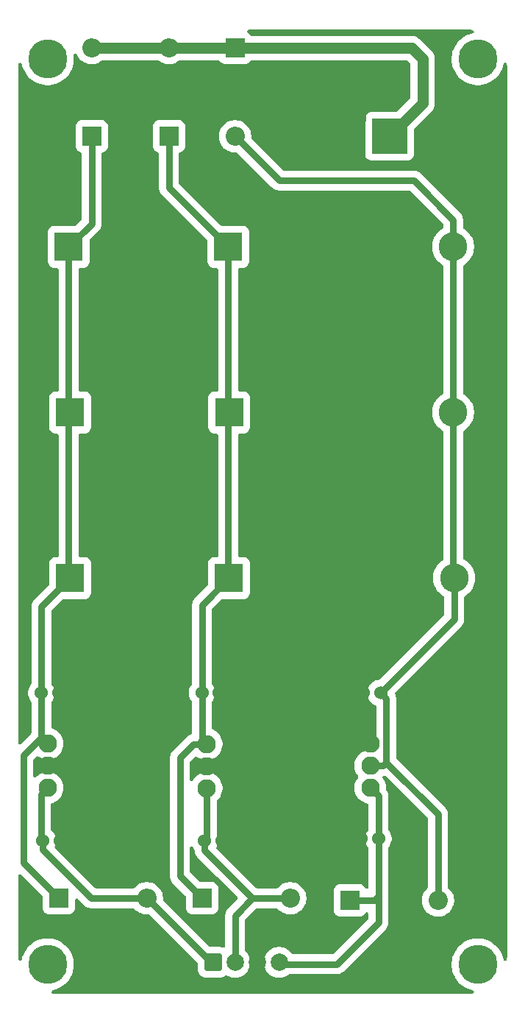
<source format=gbr>
%TF.GenerationSoftware,KiCad,Pcbnew,9.0.1*%
%TF.CreationDate,2025-05-14T12:06:16-07:00*%
%TF.ProjectId,SynthPowerSupply,53796e74-6850-46f7-9765-72537570706c,rev?*%
%TF.SameCoordinates,Original*%
%TF.FileFunction,Copper,L2,Bot*%
%TF.FilePolarity,Positive*%
%FSLAX46Y46*%
G04 Gerber Fmt 4.6, Leading zero omitted, Abs format (unit mm)*
G04 Created by KiCad (PCBNEW 9.0.1) date 2025-05-14 12:06:16*
%MOMM*%
%LPD*%
G01*
G04 APERTURE LIST*
G04 Aperture macros list*
%AMRoundRect*
0 Rectangle with rounded corners*
0 $1 Rounding radius*
0 $2 $3 $4 $5 $6 $7 $8 $9 X,Y pos of 4 corners*
0 Add a 4 corners polygon primitive as box body*
4,1,4,$2,$3,$4,$5,$6,$7,$8,$9,$2,$3,0*
0 Add four circle primitives for the rounded corners*
1,1,$1+$1,$2,$3*
1,1,$1+$1,$4,$5*
1,1,$1+$1,$6,$7*
1,1,$1+$1,$8,$9*
0 Add four rect primitives between the rounded corners*
20,1,$1+$1,$2,$3,$4,$5,0*
20,1,$1+$1,$4,$5,$6,$7,0*
20,1,$1+$1,$6,$7,$8,$9,0*
20,1,$1+$1,$8,$9,$2,$3,0*%
G04 Aperture macros list end*
%TA.AperFunction,ComponentPad*%
%ADD10R,2.200000X2.200000*%
%TD*%
%TA.AperFunction,ComponentPad*%
%ADD11O,2.200000X2.200000*%
%TD*%
%TA.AperFunction,ComponentPad*%
%ADD12C,1.524000*%
%TD*%
%TA.AperFunction,ComponentPad*%
%ADD13R,3.302000X3.302000*%
%TD*%
%TA.AperFunction,ComponentPad*%
%ADD14C,3.302000*%
%TD*%
%TA.AperFunction,ComponentPad*%
%ADD15C,3.100000*%
%TD*%
%TA.AperFunction,ConnectorPad*%
%ADD16C,4.500000*%
%TD*%
%TA.AperFunction,ComponentPad*%
%ADD17C,2.108200*%
%TD*%
%TA.AperFunction,ComponentPad*%
%ADD18R,4.064000X4.064000*%
%TD*%
%TA.AperFunction,ComponentPad*%
%ADD19RoundRect,1.016000X-1.016000X1.016000X-1.016000X-1.016000X1.016000X-1.016000X1.016000X1.016000X0*%
%TD*%
%TA.AperFunction,ComponentPad*%
%ADD20RoundRect,0.250000X-0.750000X-0.750000X0.750000X-0.750000X0.750000X0.750000X-0.750000X0.750000X0*%
%TD*%
%TA.AperFunction,ComponentPad*%
%ADD21C,2.000000*%
%TD*%
%TA.AperFunction,Conductor*%
%ADD22C,0.762000*%
%TD*%
%TA.AperFunction,Conductor*%
%ADD23C,1.270000*%
%TD*%
G04 APERTURE END LIST*
D10*
%TO.P,D4,1,K*%
%TO.N,-12V*%
X64008000Y-120904000D03*
D11*
%TO.P,D4,2,A*%
%TO.N,Net-(D2-A)*%
X74168000Y-120904000D03*
%TD*%
D10*
%TO.P,D2,1,K*%
%TO.N,Net-(D1-A)*%
X50800000Y-22860000D03*
D11*
%TO.P,D2,2,A*%
%TO.N,Net-(D2-A)*%
X50800000Y-33020000D03*
%TD*%
D12*
%TO.P,C7,1*%
%TO.N,Net-(D1-K)*%
X28491401Y-97028000D03*
%TO.P,C7,2*%
%TO.N,GND*%
X30491401Y-97028000D03*
%TD*%
D13*
%TO.P,C6,1*%
%TO.N,GND*%
X68402755Y-45720000D03*
D14*
%TO.P,C6,2*%
%TO.N,Net-(D2-A)*%
X75902755Y-45720000D03*
%TD*%
D12*
%TO.P,C17,1*%
%TO.N,+5V*%
X47287401Y-114046000D03*
%TO.P,C17,2*%
%TO.N,GND*%
X49287401Y-114046000D03*
%TD*%
%TO.P,C8,1*%
%TO.N,+12V*%
X28674401Y-114006000D03*
%TO.P,C8,2*%
%TO.N,GND*%
X30674401Y-114006000D03*
%TD*%
D15*
%TO.P,REF\u002A\u002A,1*%
%TO.N,N/C*%
X29210000Y-24130000D03*
D16*
X29210000Y-24130000D03*
%TD*%
D12*
%TO.P,C9,1*%
%TO.N,GND*%
X65575401Y-97028000D03*
%TO.P,C9,2*%
%TO.N,Net-(D2-A)*%
X67575401Y-97028000D03*
%TD*%
D13*
%TO.P,C13,1*%
%TO.N,Net-(D5-K)*%
X50001246Y-45720000D03*
D14*
%TO.P,C13,2*%
%TO.N,GND*%
X57501246Y-45720000D03*
%TD*%
D10*
%TO.P,D1,1,K*%
%TO.N,Net-(D1-K)*%
X34290000Y-33020000D03*
D11*
%TO.P,D1,2,A*%
%TO.N,Net-(D1-A)*%
X34290000Y-22860000D03*
%TD*%
D13*
%TO.P,C4,1*%
%TO.N,GND*%
X68522755Y-83820000D03*
D14*
%TO.P,C4,2*%
%TO.N,Net-(D2-A)*%
X76022755Y-83820000D03*
%TD*%
D15*
%TO.P,,1*%
%TO.N,N/C*%
X29210000Y-128270000D03*
%TD*%
D17*
%TO.P,U2,1,GND*%
%TO.N,GND*%
X66365000Y-102870000D03*
%TO.P,U2,2,VI*%
%TO.N,Net-(D2-A)*%
X66365000Y-105410000D03*
%TO.P,U2,3,VO*%
%TO.N,-12V*%
X66365000Y-107950000D03*
%TD*%
D12*
%TO.P,C16,1*%
%TO.N,Net-(D5-K)*%
X46990000Y-97028000D03*
%TO.P,C16,2*%
%TO.N,GND*%
X48990000Y-97028000D03*
%TD*%
D13*
%TO.P,C2,1*%
%TO.N,Net-(D1-K)*%
X31790000Y-64770000D03*
D14*
%TO.P,C2,2*%
%TO.N,GND*%
X39290000Y-64770000D03*
%TD*%
D15*
%TO.P,REF\u002A\u002A,1*%
%TO.N,N/C*%
X78740000Y-24130000D03*
D16*
X78740000Y-24130000D03*
%TD*%
D13*
%TO.P,C14,1*%
%TO.N,Net-(D5-K)*%
X50121246Y-64770000D03*
D14*
%TO.P,C14,2*%
%TO.N,GND*%
X57621246Y-64770000D03*
%TD*%
D15*
%TO.P,,1*%
%TO.N,N/C*%
X78740000Y-24130000D03*
%TD*%
D13*
%TO.P,C5,1*%
%TO.N,GND*%
X68402755Y-64770000D03*
D14*
%TO.P,C5,2*%
%TO.N,Net-(D2-A)*%
X75902755Y-64770000D03*
%TD*%
D13*
%TO.P,C15,1*%
%TO.N,Net-(D5-K)*%
X50081246Y-83820000D03*
D14*
%TO.P,C15,2*%
%TO.N,GND*%
X57581246Y-83820000D03*
%TD*%
D10*
%TO.P,D5,1,K*%
%TO.N,Net-(D5-K)*%
X43180000Y-33020000D03*
D11*
%TO.P,D5,2,A*%
%TO.N,Net-(D1-A)*%
X43180000Y-22860000D03*
%TD*%
D17*
%TO.P,U5,1,VI*%
%TO.N,Net-(D5-K)*%
X47530000Y-102910000D03*
%TO.P,U5,2,GND*%
%TO.N,GND*%
X47530000Y-105450000D03*
%TO.P,U5,3,VO*%
%TO.N,+5V*%
X47530000Y-107990000D03*
%TD*%
D18*
%TO.P,J1,1*%
%TO.N,Net-(D1-A)*%
X68580000Y-33020000D03*
D19*
%TO.P,J1,2*%
%TO.N,GND*%
X68580000Y-27020000D03*
%TO.P,J1,3*%
X63880000Y-30020000D03*
%TD*%
D20*
%TO.P,J2,1,Pin_1*%
%TO.N,+12V*%
X48260000Y-128016000D03*
D21*
%TO.P,J2,2,Pin_2*%
%TO.N,+5V*%
X50800000Y-128016000D03*
%TO.P,J2,3,Pin_3*%
%TO.N,GND*%
X53340000Y-128016000D03*
%TO.P,J2,4,Pin_4*%
%TO.N,-12V*%
X55880000Y-128016000D03*
%TD*%
D15*
%TO.P,,1*%
%TO.N,N/C*%
X29210000Y-24130000D03*
%TD*%
D10*
%TO.P,D6,1,K*%
%TO.N,Net-(D5-K)*%
X46990000Y-120650000D03*
D11*
%TO.P,D6,2,A*%
%TO.N,+5V*%
X57150000Y-120650000D03*
%TD*%
D10*
%TO.P,D3,1,K*%
%TO.N,Net-(D1-K)*%
X30480000Y-120650000D03*
D11*
%TO.P,D3,2,A*%
%TO.N,+12V*%
X40640000Y-120650000D03*
%TD*%
D12*
%TO.P,C10,1*%
%TO.N,GND*%
X65310000Y-113792000D03*
%TO.P,C10,2*%
%TO.N,-12V*%
X67310000Y-113792000D03*
%TD*%
D13*
%TO.P,C3,1*%
%TO.N,Net-(D1-K)*%
X31790000Y-83820000D03*
D14*
%TO.P,C3,2*%
%TO.N,GND*%
X39290000Y-83820000D03*
%TD*%
D13*
%TO.P,C1,1*%
%TO.N,Net-(D1-K)*%
X31630000Y-45720000D03*
D14*
%TO.P,C1,2*%
%TO.N,GND*%
X39130000Y-45720000D03*
%TD*%
D17*
%TO.P,U1,1,VI*%
%TO.N,Net-(D1-K)*%
X29210000Y-102870000D03*
%TO.P,U1,2,GND*%
%TO.N,GND*%
X29210000Y-105410000D03*
%TO.P,U1,3,VO*%
%TO.N,+12V*%
X29210000Y-107950000D03*
%TD*%
D15*
%TO.P,REF\u002A\u002A,1*%
%TO.N,N/C*%
X78740000Y-128270000D03*
D16*
X78740000Y-128270000D03*
%TD*%
D15*
%TO.P,REF\u002A\u002A,1*%
%TO.N,N/C*%
X29210000Y-128270000D03*
D16*
X29210000Y-128270000D03*
%TD*%
D22*
%TO.N,Net-(D1-K)*%
X31790000Y-83820000D02*
X28491401Y-87118599D01*
X28491401Y-102151401D02*
X29210000Y-102870000D01*
X28491401Y-97028000D02*
X28491401Y-102151401D01*
X26416000Y-116586000D02*
X30480000Y-120650000D01*
X28491401Y-102151401D02*
X26416000Y-104226802D01*
X34290000Y-33020000D02*
X34290000Y-43060000D01*
X26416000Y-104226802D02*
X26416000Y-116586000D01*
X31630000Y-45720000D02*
X31630000Y-83660000D01*
X31630000Y-83660000D02*
X31790000Y-83820000D01*
X28491401Y-87118599D02*
X28491401Y-97028000D01*
X34290000Y-43060000D02*
X31630000Y-45720000D01*
%TO.N,Net-(D2-A)*%
X71374000Y-38100000D02*
X75902755Y-42628755D01*
X67855722Y-105410000D02*
X66365000Y-105410000D01*
X55880000Y-38100000D02*
X71374000Y-38100000D01*
X67575401Y-97028000D02*
X68207500Y-97660099D01*
X68207500Y-105058222D02*
X67855722Y-105410000D01*
X76022755Y-88580646D02*
X67575401Y-97028000D01*
X75902755Y-45720000D02*
X75902755Y-83700000D01*
X75902755Y-42628755D02*
X75902755Y-45720000D01*
X75902755Y-83700000D02*
X76022755Y-83820000D01*
X74168000Y-120904000D02*
X74168000Y-111018722D01*
X68207500Y-97660099D02*
X68207500Y-105058222D01*
X76022755Y-83820000D02*
X76022755Y-88580646D01*
X50800000Y-33020000D02*
X55880000Y-38100000D01*
X74168000Y-111018722D02*
X68207500Y-105058222D01*
%TO.N,+12V*%
X28674401Y-114006000D02*
X28674401Y-115083630D01*
X28448000Y-113779599D02*
X28674401Y-114006000D01*
X40668500Y-120650000D02*
X48260000Y-128241500D01*
X28674401Y-115083630D02*
X34240771Y-120650000D01*
X40640000Y-120650000D02*
X40668500Y-120650000D01*
X29210000Y-107950000D02*
X28448000Y-108712000D01*
X28448000Y-108712000D02*
X28448000Y-113779599D01*
X34240771Y-120650000D02*
X40640000Y-120650000D01*
%TO.N,-12V*%
X64008000Y-120904000D02*
X66802000Y-120904000D01*
X55880000Y-128241500D02*
X62512500Y-128241500D01*
X62512500Y-128241500D02*
X67310000Y-123444000D01*
X67310000Y-120396000D02*
X67310000Y-113792000D01*
X66365000Y-107950000D02*
X67310000Y-108895000D01*
X67310000Y-108895000D02*
X67310000Y-113792000D01*
X66802000Y-120904000D02*
X67310000Y-120396000D01*
X67310000Y-123444000D02*
X67310000Y-120396000D01*
%TO.N,Net-(D5-K)*%
X43180000Y-33020000D02*
X43180000Y-38898754D01*
X46990000Y-86911246D02*
X46990000Y-97028000D01*
X43180000Y-38898754D02*
X50001246Y-45720000D01*
X44450000Y-104499278D02*
X44450000Y-118110000D01*
X46039278Y-102910000D02*
X44450000Y-104499278D01*
X46990000Y-97028000D02*
X46990000Y-102370000D01*
X47530000Y-102910000D02*
X46039278Y-102910000D01*
X46990000Y-102370000D02*
X47530000Y-102910000D01*
X50001246Y-83740000D02*
X50081246Y-83820000D01*
X50001246Y-45720000D02*
X50001246Y-83740000D01*
X44450000Y-118110000D02*
X46990000Y-120650000D01*
X50081246Y-83820000D02*
X46990000Y-86911246D01*
%TO.N,+5V*%
X52813771Y-120650000D02*
X50800000Y-122663771D01*
X47287401Y-115123630D02*
X52813771Y-120650000D01*
X47530000Y-107990000D02*
X47530000Y-113803401D01*
X47287401Y-114046000D02*
X47287401Y-115123630D01*
X47530000Y-113803401D02*
X47287401Y-114046000D01*
X50800000Y-122663771D02*
X50800000Y-128241500D01*
X52813771Y-120650000D02*
X57150000Y-120650000D01*
D23*
%TO.N,Net-(D1-A)*%
X43180000Y-22860000D02*
X34290000Y-22860000D01*
X72390000Y-29210000D02*
X72390000Y-24130000D01*
X43180000Y-22860000D02*
X50800000Y-22860000D01*
X72390000Y-24130000D02*
X71120000Y-22860000D01*
X68580000Y-33020000D02*
X72390000Y-29210000D01*
X71120000Y-22860000D02*
X50800000Y-22860000D01*
%TD*%
%TA.AperFunction,Conductor*%
%TO.N,GND*%
G36*
X77474397Y-20727092D02*
G01*
X77506375Y-20728488D01*
X77868479Y-20744298D01*
X77886043Y-20745835D01*
X78128492Y-20777754D01*
X78212858Y-20809058D01*
X78275288Y-20873867D01*
X78303416Y-20959346D01*
X78291670Y-21048563D01*
X78242378Y-21123849D01*
X78165301Y-21170293D01*
X78147093Y-21175354D01*
X77904722Y-21230673D01*
X77904719Y-21230674D01*
X77683542Y-21308068D01*
X77585350Y-21342427D01*
X77585347Y-21342428D01*
X77585340Y-21342431D01*
X77280503Y-21489233D01*
X77160101Y-21564887D01*
X76994006Y-21669251D01*
X76994003Y-21669252D01*
X76993997Y-21669257D01*
X76729469Y-21880212D01*
X76490212Y-22119469D01*
X76279257Y-22383997D01*
X76099233Y-22670503D01*
X75952431Y-22975340D01*
X75952425Y-22975356D01*
X75840674Y-23294719D01*
X75840673Y-23294722D01*
X75765386Y-23624576D01*
X75765385Y-23624582D01*
X75765384Y-23624592D01*
X75727500Y-23960822D01*
X75727500Y-24299178D01*
X75758427Y-24573660D01*
X75765385Y-24635417D01*
X75765386Y-24635423D01*
X75840673Y-24965277D01*
X75840674Y-24965280D01*
X75906747Y-25154106D01*
X75952427Y-25284650D01*
X75952429Y-25284655D01*
X75952431Y-25284659D01*
X76099233Y-25589496D01*
X76099235Y-25589499D01*
X76279251Y-25875994D01*
X76490213Y-26140532D01*
X76729468Y-26379787D01*
X76994006Y-26590749D01*
X77280501Y-26770765D01*
X77585350Y-26917573D01*
X77904719Y-27029325D01*
X77904722Y-27029326D01*
X78234576Y-27104613D01*
X78234582Y-27104614D01*
X78234584Y-27104614D01*
X78234592Y-27104616D01*
X78570822Y-27142500D01*
X78570824Y-27142500D01*
X78909176Y-27142500D01*
X78909178Y-27142500D01*
X79245408Y-27104616D01*
X79245417Y-27104614D01*
X79245423Y-27104613D01*
X79575277Y-27029326D01*
X79575277Y-27029325D01*
X79575281Y-27029325D01*
X79894650Y-26917573D01*
X80199499Y-26770765D01*
X80485994Y-26590749D01*
X80750532Y-26379787D01*
X80989787Y-26140532D01*
X81200749Y-25875994D01*
X81380765Y-25589499D01*
X81527573Y-25284650D01*
X81639325Y-24965281D01*
X81694645Y-24722902D01*
X81698809Y-24714256D01*
X81699706Y-24704698D01*
X81718167Y-24674060D01*
X81733688Y-24641831D01*
X81741194Y-24635844D01*
X81746150Y-24627621D01*
X81776073Y-24608028D01*
X81804043Y-24585724D01*
X81813404Y-24583587D01*
X81821436Y-24578329D01*
X81856898Y-24573660D01*
X81891774Y-24565700D01*
X81901133Y-24567836D01*
X81910653Y-24566583D01*
X81944632Y-24577764D01*
X81979506Y-24585724D01*
X81987012Y-24591710D01*
X81996132Y-24594711D01*
X82021892Y-24619526D01*
X82049861Y-24641830D01*
X82054026Y-24650480D01*
X82060941Y-24657141D01*
X82073384Y-24690676D01*
X82088905Y-24722906D01*
X82092245Y-24741508D01*
X82124163Y-24983952D01*
X82125701Y-25001524D01*
X82142908Y-25395602D01*
X82143100Y-25404422D01*
X82143100Y-126995577D01*
X82142908Y-127004397D01*
X82125701Y-127398475D01*
X82124163Y-127416047D01*
X82092245Y-127658491D01*
X82060941Y-127742858D01*
X81996132Y-127805288D01*
X81910653Y-127833416D01*
X81821436Y-127821670D01*
X81746150Y-127772378D01*
X81699706Y-127695301D01*
X81694648Y-127677107D01*
X81639325Y-127434719D01*
X81527573Y-127115350D01*
X81380765Y-126810501D01*
X81200749Y-126524006D01*
X80989787Y-126259468D01*
X80750532Y-126020213D01*
X80485994Y-125809251D01*
X80199499Y-125629235D01*
X80199496Y-125629233D01*
X79894659Y-125482431D01*
X79894655Y-125482429D01*
X79894650Y-125482427D01*
X79764106Y-125436747D01*
X79575280Y-125370674D01*
X79575277Y-125370673D01*
X79245423Y-125295386D01*
X79245417Y-125295385D01*
X79225675Y-125293160D01*
X78909178Y-125257500D01*
X78570822Y-125257500D01*
X78355611Y-125281748D01*
X78234582Y-125295385D01*
X78234576Y-125295386D01*
X77904722Y-125370673D01*
X77904719Y-125370674D01*
X77614254Y-125472312D01*
X77585350Y-125482427D01*
X77585347Y-125482428D01*
X77585340Y-125482431D01*
X77280503Y-125629233D01*
X77084810Y-125752194D01*
X76994006Y-125809251D01*
X76994003Y-125809252D01*
X76993997Y-125809257D01*
X76729469Y-126020212D01*
X76490212Y-126259469D01*
X76279257Y-126523997D01*
X76099233Y-126810503D01*
X75952431Y-127115340D01*
X75952425Y-127115356D01*
X75840674Y-127434719D01*
X75840673Y-127434722D01*
X75765386Y-127764576D01*
X75765385Y-127764582D01*
X75759786Y-127814275D01*
X75727500Y-128100822D01*
X75727500Y-128439178D01*
X75743790Y-128583752D01*
X75765385Y-128775417D01*
X75765386Y-128775423D01*
X75840673Y-129105277D01*
X75840674Y-129105280D01*
X75880645Y-129219509D01*
X75952427Y-129424650D01*
X75952429Y-129424655D01*
X75952431Y-129424659D01*
X76099233Y-129729496D01*
X76111075Y-129748343D01*
X76279251Y-130015994D01*
X76490213Y-130280532D01*
X76729468Y-130519787D01*
X76994006Y-130730749D01*
X77280501Y-130910765D01*
X77585350Y-131057573D01*
X77904719Y-131169325D01*
X78147095Y-131224645D01*
X78155742Y-131228809D01*
X78165301Y-131229706D01*
X78195938Y-131248167D01*
X78228168Y-131263688D01*
X78234154Y-131271194D01*
X78242378Y-131276150D01*
X78261970Y-131306073D01*
X78284275Y-131334043D01*
X78286411Y-131343404D01*
X78291670Y-131351436D01*
X78296338Y-131386898D01*
X78304299Y-131421774D01*
X78302162Y-131431133D01*
X78303416Y-131440653D01*
X78292234Y-131474632D01*
X78284275Y-131509506D01*
X78278288Y-131517012D01*
X78275288Y-131526132D01*
X78250472Y-131551892D01*
X78228169Y-131579861D01*
X78219518Y-131584026D01*
X78212858Y-131590941D01*
X78179322Y-131603384D01*
X78147093Y-131618905D01*
X78128491Y-131622245D01*
X77886047Y-131654163D01*
X77868475Y-131655701D01*
X77474397Y-131672908D01*
X77465577Y-131673100D01*
X30484423Y-131673100D01*
X30475603Y-131672908D01*
X30081524Y-131655701D01*
X30063952Y-131654163D01*
X29821508Y-131622245D01*
X29737141Y-131590941D01*
X29674711Y-131526132D01*
X29646583Y-131440653D01*
X29658329Y-131351436D01*
X29707621Y-131276150D01*
X29784698Y-131229706D01*
X29802886Y-131224649D01*
X30045281Y-131169325D01*
X30364650Y-131057573D01*
X30669499Y-130910765D01*
X30955994Y-130730749D01*
X31220532Y-130519787D01*
X31459787Y-130280532D01*
X31670749Y-130015994D01*
X31850765Y-129729499D01*
X31997573Y-129424650D01*
X32109325Y-129105281D01*
X32133972Y-128997294D01*
X32184613Y-128775423D01*
X32184614Y-128775417D01*
X32184614Y-128775416D01*
X32184616Y-128775408D01*
X32222500Y-128439178D01*
X32222500Y-128100822D01*
X32184616Y-127764592D01*
X32184614Y-127764582D01*
X32184613Y-127764576D01*
X32109326Y-127434722D01*
X32109325Y-127434719D01*
X32096643Y-127398475D01*
X31997573Y-127115350D01*
X31850765Y-126810501D01*
X31670749Y-126524006D01*
X31459787Y-126259468D01*
X31220532Y-126020213D01*
X30955994Y-125809251D01*
X30669499Y-125629235D01*
X30669496Y-125629233D01*
X30364659Y-125482431D01*
X30364655Y-125482429D01*
X30364650Y-125482427D01*
X30234106Y-125436747D01*
X30045280Y-125370674D01*
X30045277Y-125370673D01*
X29715423Y-125295386D01*
X29715417Y-125295385D01*
X29695675Y-125293160D01*
X29379178Y-125257500D01*
X29040822Y-125257500D01*
X28825611Y-125281748D01*
X28704582Y-125295385D01*
X28704576Y-125295386D01*
X28374722Y-125370673D01*
X28374719Y-125370674D01*
X28084254Y-125472312D01*
X28055350Y-125482427D01*
X28055347Y-125482428D01*
X28055340Y-125482431D01*
X27750503Y-125629233D01*
X27554810Y-125752194D01*
X27464006Y-125809251D01*
X27464003Y-125809252D01*
X27463997Y-125809257D01*
X27199469Y-126020212D01*
X26960212Y-126259469D01*
X26749257Y-126523997D01*
X26569233Y-126810503D01*
X26422431Y-127115340D01*
X26422425Y-127115356D01*
X26310674Y-127434719D01*
X26310673Y-127434722D01*
X26255354Y-127677093D01*
X26251189Y-127685740D01*
X26250293Y-127695301D01*
X26231829Y-127725942D01*
X26216310Y-127758169D01*
X26208804Y-127764154D01*
X26203849Y-127772378D01*
X26173922Y-127791971D01*
X26145955Y-127814275D01*
X26136594Y-127816411D01*
X26128563Y-127821670D01*
X26093098Y-127826339D01*
X26058224Y-127834299D01*
X26048864Y-127832162D01*
X26039346Y-127833416D01*
X26005368Y-127822235D01*
X25970492Y-127814275D01*
X25962985Y-127808288D01*
X25953867Y-127805288D01*
X25928104Y-127780471D01*
X25900138Y-127758168D01*
X25895972Y-127749518D01*
X25889058Y-127742858D01*
X25876613Y-127709320D01*
X25861094Y-127677093D01*
X25857754Y-127658491D01*
X25830074Y-127448241D01*
X25825835Y-127416043D01*
X25824298Y-127398475D01*
X25817151Y-127234793D01*
X25807092Y-127004397D01*
X25806900Y-126995577D01*
X25806900Y-118082207D01*
X25826924Y-117994476D01*
X25883030Y-117924121D01*
X25964106Y-117885077D01*
X26054094Y-117885077D01*
X26135170Y-117924121D01*
X26152077Y-117939230D01*
X28558277Y-120345430D01*
X28606153Y-120421625D01*
X28617500Y-120488407D01*
X28617500Y-121800805D01*
X28617501Y-121800811D01*
X28628168Y-121905238D01*
X28628169Y-121905241D01*
X28684236Y-122074440D01*
X28777811Y-122226149D01*
X28903851Y-122352189D01*
X29055560Y-122445764D01*
X29224759Y-122501831D01*
X29329189Y-122512500D01*
X31630810Y-122512499D01*
X31735241Y-122501831D01*
X31904440Y-122445764D01*
X32056149Y-122352189D01*
X32182189Y-122226149D01*
X32275764Y-122074440D01*
X32331831Y-121905241D01*
X32342500Y-121800811D01*
X32342499Y-120857033D01*
X32362523Y-120769304D01*
X32418629Y-120698949D01*
X32499705Y-120659905D01*
X32589693Y-120659905D01*
X32670768Y-120698949D01*
X32687676Y-120714058D01*
X33368558Y-121394940D01*
X33495831Y-121522213D01*
X33641446Y-121628009D01*
X33801819Y-121709723D01*
X33843799Y-121723363D01*
X33973001Y-121765344D01*
X34150775Y-121793500D01*
X34150776Y-121793500D01*
X39070096Y-121793500D01*
X39157827Y-121813524D01*
X39228182Y-121869630D01*
X39230470Y-121872555D01*
X39236692Y-121880663D01*
X39236696Y-121880668D01*
X39409336Y-122053308D01*
X39603024Y-122201931D01*
X39603027Y-122201932D01*
X39603030Y-122201935D01*
X39814470Y-122324009D01*
X39870412Y-122347181D01*
X40040028Y-122417439D01*
X40040033Y-122417440D01*
X40040035Y-122417441D01*
X40275865Y-122480632D01*
X40517925Y-122512500D01*
X40517926Y-122512500D01*
X40762070Y-122512500D01*
X40762075Y-122512500D01*
X40797329Y-122507858D01*
X40886918Y-122516258D01*
X40963995Y-122562699D01*
X40966697Y-122565351D01*
X46438277Y-128036930D01*
X46486153Y-128113125D01*
X46497500Y-128179907D01*
X46497500Y-128815735D01*
X46512150Y-128964487D01*
X46512150Y-128964488D01*
X46570044Y-129155338D01*
X46570048Y-129155348D01*
X46664061Y-129331234D01*
X46714161Y-129392281D01*
X46790590Y-129485410D01*
X46944763Y-129611936D01*
X46944764Y-129611936D01*
X46944766Y-129611938D01*
X46944765Y-129611938D01*
X47120651Y-129705951D01*
X47120656Y-129705953D01*
X47120658Y-129705954D01*
X47311515Y-129763850D01*
X47460259Y-129778500D01*
X49059740Y-129778499D01*
X49208485Y-129763850D01*
X49399342Y-129705954D01*
X49431914Y-129688544D01*
X49575234Y-129611938D01*
X49575235Y-129611936D01*
X49575237Y-129611936D01*
X49658682Y-129543454D01*
X49739199Y-129503278D01*
X49829177Y-129502016D01*
X49888054Y-129524648D01*
X50018793Y-129600130D01*
X50135529Y-129648484D01*
X50232241Y-129688544D01*
X50232247Y-129688546D01*
X50455415Y-129748343D01*
X50684480Y-129778500D01*
X50684481Y-129778500D01*
X50915519Y-129778500D01*
X50915520Y-129778500D01*
X51144585Y-129748343D01*
X51367753Y-129688546D01*
X51581207Y-129600130D01*
X51781294Y-129484610D01*
X51964591Y-129343961D01*
X52127961Y-129180591D01*
X52268610Y-128997294D01*
X52384130Y-128797207D01*
X52472546Y-128583753D01*
X52532343Y-128360585D01*
X52562500Y-128131520D01*
X52562500Y-127900480D01*
X52532343Y-127671415D01*
X52472546Y-127448247D01*
X52466942Y-127434719D01*
X52384132Y-127234798D01*
X52384130Y-127234793D01*
X52268610Y-127034706D01*
X52127961Y-126851409D01*
X52002723Y-126726171D01*
X51954847Y-126649976D01*
X51943500Y-126583194D01*
X51943500Y-123221178D01*
X51963524Y-123133447D01*
X52002723Y-123078201D01*
X53228201Y-121852723D01*
X53304396Y-121804847D01*
X53371178Y-121793500D01*
X55580096Y-121793500D01*
X55667827Y-121813524D01*
X55738182Y-121869630D01*
X55740470Y-121872555D01*
X55746692Y-121880663D01*
X55746696Y-121880668D01*
X55919336Y-122053308D01*
X56113024Y-122201931D01*
X56113027Y-122201932D01*
X56113030Y-122201935D01*
X56324470Y-122324009D01*
X56380412Y-122347181D01*
X56550028Y-122417439D01*
X56550033Y-122417440D01*
X56550035Y-122417441D01*
X56785865Y-122480632D01*
X57027925Y-122512500D01*
X57027926Y-122512500D01*
X57272074Y-122512500D01*
X57272075Y-122512500D01*
X57514135Y-122480632D01*
X57749965Y-122417441D01*
X57749968Y-122417439D01*
X57749971Y-122417439D01*
X57833291Y-122382926D01*
X57975530Y-122324009D01*
X58186970Y-122201935D01*
X58380666Y-122053306D01*
X58553306Y-121880666D01*
X58701935Y-121686970D01*
X58824009Y-121475530D01*
X58917441Y-121249965D01*
X58980632Y-121014135D01*
X59012500Y-120772075D01*
X59012500Y-120527925D01*
X58980632Y-120285865D01*
X58917441Y-120050035D01*
X58917440Y-120050033D01*
X58917439Y-120050028D01*
X58824009Y-119824471D01*
X58824009Y-119824470D01*
X58701935Y-119613030D01*
X58701932Y-119613027D01*
X58701931Y-119613024D01*
X58553308Y-119419336D01*
X58380663Y-119246691D01*
X58186975Y-119098068D01*
X58107473Y-119052168D01*
X57975530Y-118975991D01*
X57975528Y-118975990D01*
X57749971Y-118882560D01*
X57749963Y-118882558D01*
X57514135Y-118819368D01*
X57272075Y-118787500D01*
X57027925Y-118787500D01*
X57027924Y-118787500D01*
X56785864Y-118819368D01*
X56550036Y-118882558D01*
X56550028Y-118882560D01*
X56324471Y-118975990D01*
X56113024Y-119098068D01*
X55919336Y-119246691D01*
X55746696Y-119419331D01*
X55746694Y-119419334D01*
X55740511Y-119427390D01*
X55671221Y-119484802D01*
X55583880Y-119506465D01*
X55580096Y-119506500D01*
X53371178Y-119506500D01*
X53283447Y-119486476D01*
X53228201Y-119447277D01*
X48706850Y-114925925D01*
X48658974Y-114849730D01*
X48648898Y-114760309D01*
X48669665Y-114691152D01*
X48700211Y-114631205D01*
X48774363Y-114402988D01*
X48811901Y-114165981D01*
X48811901Y-113926019D01*
X48774363Y-113689012D01*
X48700211Y-113460795D01*
X48695537Y-113451621D01*
X48673551Y-113364361D01*
X48673500Y-113359827D01*
X48673500Y-109499315D01*
X48693524Y-109411584D01*
X48732723Y-109356338D01*
X48770342Y-109318719D01*
X48898723Y-109190338D01*
X49043689Y-109001414D01*
X49089189Y-108922606D01*
X49162755Y-108795187D01*
X49253882Y-108575186D01*
X49253883Y-108575182D01*
X49253884Y-108575180D01*
X49315518Y-108345162D01*
X49346600Y-108109066D01*
X49346600Y-107870934D01*
X49315518Y-107634838D01*
X49253884Y-107404820D01*
X49253883Y-107404817D01*
X49253882Y-107404813D01*
X49162753Y-107184809D01*
X49043694Y-106978594D01*
X49043684Y-106978579D01*
X48898733Y-106789675D01*
X48898732Y-106789674D01*
X48898723Y-106789662D01*
X48730338Y-106621277D01*
X48703855Y-106600956D01*
X48541420Y-106476315D01*
X48541405Y-106476305D01*
X48335190Y-106357246D01*
X48115186Y-106266117D01*
X48115182Y-106266116D01*
X47885159Y-106204481D01*
X47649068Y-106173400D01*
X47649066Y-106173400D01*
X47410934Y-106173400D01*
X47410931Y-106173400D01*
X47174840Y-106204481D01*
X46944817Y-106266116D01*
X46944813Y-106266117D01*
X46724809Y-106357246D01*
X46518594Y-106476305D01*
X46518579Y-106476315D01*
X46329675Y-106621266D01*
X46329658Y-106621280D01*
X46161280Y-106789658D01*
X46161266Y-106789675D01*
X46016315Y-106978579D01*
X46016304Y-106978594D01*
X45970810Y-107057394D01*
X45909603Y-107123360D01*
X45825836Y-107156236D01*
X45736100Y-107149511D01*
X45658169Y-107104517D01*
X45607477Y-107030166D01*
X45593500Y-106956294D01*
X45593500Y-105056685D01*
X45613524Y-104968954D01*
X45652723Y-104913708D01*
X45910913Y-104655518D01*
X46180537Y-104385893D01*
X46256729Y-104338019D01*
X46346151Y-104327943D01*
X46431089Y-104357664D01*
X46446603Y-104368455D01*
X46518579Y-104423684D01*
X46518589Y-104423691D01*
X46518594Y-104423694D01*
X46724809Y-104542753D01*
X46944813Y-104633882D01*
X46944817Y-104633883D01*
X46944818Y-104633883D01*
X46944820Y-104633884D01*
X47174838Y-104695518D01*
X47410934Y-104726600D01*
X47410937Y-104726600D01*
X47649063Y-104726600D01*
X47649066Y-104726600D01*
X47885162Y-104695518D01*
X48115180Y-104633884D01*
X48115183Y-104633882D01*
X48115186Y-104633882D01*
X48275214Y-104567596D01*
X48335186Y-104542755D01*
X48335188Y-104542753D01*
X48335190Y-104542753D01*
X48541405Y-104423694D01*
X48541414Y-104423689D01*
X48730338Y-104278723D01*
X48898723Y-104110338D01*
X49043689Y-103921414D01*
X49120802Y-103787851D01*
X49162753Y-103715190D01*
X49174796Y-103686117D01*
X49213200Y-103593400D01*
X49253882Y-103495186D01*
X49253883Y-103495182D01*
X49253884Y-103495180D01*
X49315518Y-103265162D01*
X49346600Y-103029066D01*
X49346600Y-102790934D01*
X49315518Y-102554838D01*
X49253884Y-102324820D01*
X49253883Y-102324817D01*
X49253882Y-102324813D01*
X49162753Y-102104809D01*
X49043694Y-101898594D01*
X49043684Y-101898579D01*
X48898733Y-101709675D01*
X48898732Y-101709674D01*
X48898723Y-101709662D01*
X48730338Y-101541277D01*
X48678209Y-101501277D01*
X48541420Y-101396315D01*
X48541405Y-101396305D01*
X48335192Y-101277248D01*
X48335189Y-101277246D01*
X48335186Y-101277245D01*
X48258320Y-101245406D01*
X48184930Y-101193332D01*
X48141402Y-101114573D01*
X48133500Y-101058598D01*
X48133500Y-98113439D01*
X48153524Y-98025708D01*
X48172113Y-97994594D01*
X48293869Y-97827012D01*
X48402810Y-97613205D01*
X48476962Y-97384988D01*
X48514500Y-97147981D01*
X48514500Y-96908019D01*
X48476962Y-96671012D01*
X48402810Y-96442795D01*
X48402808Y-96442791D01*
X48293875Y-96228998D01*
X48293865Y-96228982D01*
X48172117Y-96061410D01*
X48136749Y-95978664D01*
X48133500Y-95942560D01*
X48133500Y-87468653D01*
X48153524Y-87380922D01*
X48192720Y-87325679D01*
X49225677Y-86292721D01*
X49301872Y-86244846D01*
X49368654Y-86233499D01*
X51783051Y-86233499D01*
X51783056Y-86233499D01*
X51887487Y-86222831D01*
X52056686Y-86166764D01*
X52208395Y-86073189D01*
X52334435Y-85947149D01*
X52428010Y-85795440D01*
X52484077Y-85626241D01*
X52494746Y-85521811D01*
X52494745Y-82118190D01*
X52484077Y-82013759D01*
X52428010Y-81844560D01*
X52334435Y-81692851D01*
X52208395Y-81566811D01*
X52056686Y-81473236D01*
X51887487Y-81417169D01*
X51887483Y-81417168D01*
X51887481Y-81417168D01*
X51783057Y-81406500D01*
X51346946Y-81406500D01*
X51259215Y-81386476D01*
X51188860Y-81330370D01*
X51149816Y-81249294D01*
X51144746Y-81204300D01*
X51144746Y-67385699D01*
X51164770Y-67297968D01*
X51220876Y-67227613D01*
X51301952Y-67188569D01*
X51346946Y-67183499D01*
X51823051Y-67183499D01*
X51823056Y-67183499D01*
X51927487Y-67172831D01*
X52096686Y-67116764D01*
X52248395Y-67023189D01*
X52374435Y-66897149D01*
X52468010Y-66745440D01*
X52524077Y-66576241D01*
X52534746Y-66471811D01*
X52534745Y-63068190D01*
X52524077Y-62963759D01*
X52468010Y-62794560D01*
X52374435Y-62642851D01*
X52248395Y-62516811D01*
X52096686Y-62423236D01*
X51927487Y-62367169D01*
X51927483Y-62367168D01*
X51927481Y-62367168D01*
X51823057Y-62356500D01*
X51346946Y-62356500D01*
X51259215Y-62336476D01*
X51188860Y-62280370D01*
X51149816Y-62199294D01*
X51144746Y-62154300D01*
X51144746Y-48335699D01*
X51164770Y-48247968D01*
X51220876Y-48177613D01*
X51301952Y-48138569D01*
X51346946Y-48133499D01*
X51703051Y-48133499D01*
X51703056Y-48133499D01*
X51807487Y-48122831D01*
X51976686Y-48066764D01*
X52128395Y-47973189D01*
X52254435Y-47847149D01*
X52348010Y-47695440D01*
X52404077Y-47526241D01*
X52414746Y-47421811D01*
X52414745Y-44018190D01*
X52404077Y-43913759D01*
X52348010Y-43744560D01*
X52254435Y-43592851D01*
X52128395Y-43466811D01*
X51976686Y-43373236D01*
X51807487Y-43317169D01*
X51807483Y-43317168D01*
X51807481Y-43317168D01*
X51703057Y-43306500D01*
X49288653Y-43306500D01*
X49200922Y-43286476D01*
X49145676Y-43247277D01*
X44382723Y-38484323D01*
X44334847Y-38408128D01*
X44323500Y-38341346D01*
X44323500Y-35054867D01*
X44343524Y-34967136D01*
X44399630Y-34896781D01*
X44462093Y-34862932D01*
X44604440Y-34815764D01*
X44756149Y-34722189D01*
X44882189Y-34596149D01*
X44975764Y-34444440D01*
X45031831Y-34275241D01*
X45042500Y-34170811D01*
X45042499Y-32897924D01*
X48937500Y-32897924D01*
X48937500Y-33142075D01*
X48969368Y-33384135D01*
X49032558Y-33619963D01*
X49032560Y-33619971D01*
X49125990Y-33845528D01*
X49248068Y-34056975D01*
X49396691Y-34250663D01*
X49569336Y-34423308D01*
X49763024Y-34571931D01*
X49763027Y-34571932D01*
X49763030Y-34571935D01*
X49974470Y-34694009D01*
X50042493Y-34722185D01*
X50200028Y-34787439D01*
X50200033Y-34787440D01*
X50200035Y-34787441D01*
X50435865Y-34850632D01*
X50677925Y-34882500D01*
X50677926Y-34882500D01*
X50922075Y-34882500D01*
X50932139Y-34881175D01*
X51021733Y-34889574D01*
X51098811Y-34936014D01*
X51101514Y-34938667D01*
X55007787Y-38844940D01*
X55135060Y-38972213D01*
X55280675Y-39078009D01*
X55441048Y-39159723D01*
X55483028Y-39173363D01*
X55612230Y-39215344D01*
X55790004Y-39243500D01*
X55790005Y-39243500D01*
X70816592Y-39243500D01*
X70904323Y-39263524D01*
X70959569Y-39302723D01*
X74700032Y-43043185D01*
X74718079Y-43071907D01*
X74739231Y-43098431D01*
X74741790Y-43109643D01*
X74747908Y-43119380D01*
X74759255Y-43186162D01*
X74759255Y-43476360D01*
X74739231Y-43564091D01*
X74683125Y-43634446D01*
X74664640Y-43647561D01*
X74503931Y-43748542D01*
X74503928Y-43748543D01*
X74503922Y-43748548D01*
X74291994Y-43917556D01*
X74100311Y-44109239D01*
X73931303Y-44321167D01*
X73931298Y-44321173D01*
X73931297Y-44321176D01*
X73787075Y-44550705D01*
X73684094Y-44764545D01*
X73669456Y-44794942D01*
X73579925Y-45050811D01*
X73579923Y-45050818D01*
X73519608Y-45315071D01*
X73519607Y-45315077D01*
X73489255Y-45584463D01*
X73489255Y-45855536D01*
X73519607Y-46124922D01*
X73519608Y-46124928D01*
X73579923Y-46389181D01*
X73579925Y-46389188D01*
X73579927Y-46389195D01*
X73669458Y-46645062D01*
X73787075Y-46889295D01*
X73931297Y-47118824D01*
X74100312Y-47330762D01*
X74291993Y-47522443D01*
X74296756Y-47526241D01*
X74503925Y-47691454D01*
X74503929Y-47691456D01*
X74503931Y-47691458D01*
X74664633Y-47792433D01*
X74728262Y-47856061D01*
X74757984Y-47940999D01*
X74759255Y-47963639D01*
X74759255Y-62526360D01*
X74739231Y-62614091D01*
X74683125Y-62684446D01*
X74664640Y-62697561D01*
X74503931Y-62798542D01*
X74503928Y-62798543D01*
X74503922Y-62798548D01*
X74291994Y-62967556D01*
X74100311Y-63159239D01*
X73931303Y-63371167D01*
X73931298Y-63371173D01*
X73931297Y-63371176D01*
X73787075Y-63600705D01*
X73684094Y-63814545D01*
X73669456Y-63844942D01*
X73579925Y-64100811D01*
X73579923Y-64100818D01*
X73519608Y-64365071D01*
X73519607Y-64365077D01*
X73489255Y-64634463D01*
X73489255Y-64905536D01*
X73519607Y-65174922D01*
X73519608Y-65174928D01*
X73579923Y-65439181D01*
X73579925Y-65439188D01*
X73579927Y-65439195D01*
X73669458Y-65695062D01*
X73787075Y-65939295D01*
X73931297Y-66168824D01*
X74100312Y-66380762D01*
X74291993Y-66572443D01*
X74296756Y-66576241D01*
X74503925Y-66741454D01*
X74503929Y-66741456D01*
X74503931Y-66741458D01*
X74664633Y-66842433D01*
X74728262Y-66906061D01*
X74757984Y-66990999D01*
X74759255Y-67013639D01*
X74759255Y-81651760D01*
X74739231Y-81739491D01*
X74683125Y-81809846D01*
X74664633Y-81822967D01*
X74623934Y-81848539D01*
X74623934Y-81848540D01*
X74623931Y-81848542D01*
X74484140Y-81960021D01*
X74411994Y-82017556D01*
X74220311Y-82209239D01*
X74051303Y-82421167D01*
X74051298Y-82421173D01*
X74051297Y-82421176D01*
X73907075Y-82650705D01*
X73804094Y-82864545D01*
X73789456Y-82894942D01*
X73699925Y-83150811D01*
X73699923Y-83150818D01*
X73639608Y-83415071D01*
X73639607Y-83415077D01*
X73609255Y-83684463D01*
X73609255Y-83955536D01*
X73639607Y-84224922D01*
X73639608Y-84224928D01*
X73699923Y-84489181D01*
X73699925Y-84489188D01*
X73699927Y-84489195D01*
X73789458Y-84745062D01*
X73907075Y-84989295D01*
X74051297Y-85218824D01*
X74220312Y-85430762D01*
X74411993Y-85622443D01*
X74416756Y-85626241D01*
X74623925Y-85791454D01*
X74623929Y-85791456D01*
X74623931Y-85791458D01*
X74784633Y-85892433D01*
X74848262Y-85956061D01*
X74877984Y-86040999D01*
X74879255Y-86063639D01*
X74879255Y-88023238D01*
X74859231Y-88110969D01*
X74820032Y-88166215D01*
X67534345Y-95451901D01*
X67458150Y-95499777D01*
X67422999Y-95508635D01*
X67218412Y-95541038D01*
X66990194Y-95615190D01*
X66990192Y-95615191D01*
X66776399Y-95724124D01*
X66776383Y-95724134D01*
X66582257Y-95865175D01*
X66412576Y-96034856D01*
X66271535Y-96228982D01*
X66271525Y-96228998D01*
X66162592Y-96442791D01*
X66162591Y-96442793D01*
X66088438Y-96671012D01*
X66065458Y-96816102D01*
X66050901Y-96908019D01*
X66050901Y-97147981D01*
X66065462Y-97239916D01*
X66088438Y-97384987D01*
X66162591Y-97613206D01*
X66162592Y-97613208D01*
X66271525Y-97827001D01*
X66271535Y-97827017D01*
X66412576Y-98021143D01*
X66582257Y-98190824D01*
X66776383Y-98331865D01*
X66776399Y-98331875D01*
X66953597Y-98422162D01*
X67022675Y-98479832D01*
X67059890Y-98561764D01*
X67064000Y-98602323D01*
X67064000Y-103453101D01*
X67043976Y-103540832D01*
X66987870Y-103611187D01*
X66906794Y-103650231D01*
X66816806Y-103650231D01*
X66809467Y-103648411D01*
X66720161Y-103624481D01*
X66484068Y-103593400D01*
X66484066Y-103593400D01*
X66245934Y-103593400D01*
X66245931Y-103593400D01*
X66009840Y-103624481D01*
X65779817Y-103686116D01*
X65779813Y-103686117D01*
X65559809Y-103777246D01*
X65353594Y-103896305D01*
X65353579Y-103896315D01*
X65164675Y-104041266D01*
X65164658Y-104041280D01*
X64996280Y-104209658D01*
X64996266Y-104209675D01*
X64851315Y-104398579D01*
X64851305Y-104398594D01*
X64732246Y-104604809D01*
X64641117Y-104824813D01*
X64641116Y-104824817D01*
X64579481Y-105054840D01*
X64548400Y-105290931D01*
X64548400Y-105529068D01*
X64579481Y-105765159D01*
X64641116Y-105995182D01*
X64641117Y-105995186D01*
X64732246Y-106215190D01*
X64851305Y-106421405D01*
X64851308Y-106421410D01*
X64955279Y-106556909D01*
X64992800Y-106638701D01*
X64991116Y-106728673D01*
X64955279Y-106803091D01*
X64851308Y-106938589D01*
X64851305Y-106938594D01*
X64732246Y-107144809D01*
X64641117Y-107364813D01*
X64641116Y-107364817D01*
X64579481Y-107594840D01*
X64548400Y-107830931D01*
X64548400Y-108069068D01*
X64579481Y-108305159D01*
X64641116Y-108535182D01*
X64641117Y-108535186D01*
X64732246Y-108755190D01*
X64851305Y-108961405D01*
X64851315Y-108961420D01*
X64899108Y-109023705D01*
X64996277Y-109150338D01*
X65164662Y-109318723D01*
X65164674Y-109318732D01*
X65164675Y-109318733D01*
X65353579Y-109463684D01*
X65353594Y-109463694D01*
X65559809Y-109582753D01*
X65779813Y-109673882D01*
X65779817Y-109673883D01*
X65779818Y-109673883D01*
X65779820Y-109673884D01*
X66009838Y-109735518D01*
X66009840Y-109735518D01*
X66016232Y-109737231D01*
X66015576Y-109739678D01*
X66085514Y-109770780D01*
X66143729Y-109839400D01*
X66166407Y-109926483D01*
X66166500Y-109932620D01*
X66166500Y-112706560D01*
X66146476Y-112794291D01*
X66127883Y-112825410D01*
X66006134Y-112992982D01*
X66006124Y-112992998D01*
X65897191Y-113206791D01*
X65897190Y-113206793D01*
X65823037Y-113435012D01*
X65818954Y-113460795D01*
X65785500Y-113672019D01*
X65785500Y-113911981D01*
X65803697Y-114026876D01*
X65823037Y-114148987D01*
X65897190Y-114377206D01*
X65897191Y-114377208D01*
X66006124Y-114591001D01*
X66006130Y-114591011D01*
X66006271Y-114591205D01*
X66127884Y-114758590D01*
X66163250Y-114841334D01*
X66166500Y-114877439D01*
X66166500Y-119354668D01*
X66146476Y-119442399D01*
X66090370Y-119512754D01*
X66009294Y-119551798D01*
X65919306Y-119551798D01*
X65838230Y-119512754D01*
X65792204Y-119460819D01*
X65710189Y-119327851D01*
X65584149Y-119201811D01*
X65432440Y-119108236D01*
X65263241Y-119052169D01*
X65263237Y-119052168D01*
X65263235Y-119052168D01*
X65180618Y-119043727D01*
X65158811Y-119041500D01*
X65158810Y-119041500D01*
X62857194Y-119041500D01*
X62857188Y-119041501D01*
X62752761Y-119052168D01*
X62583557Y-119108237D01*
X62431851Y-119201811D01*
X62305811Y-119327851D01*
X62212237Y-119479557D01*
X62212236Y-119479559D01*
X62212236Y-119479560D01*
X62168009Y-119613030D01*
X62156169Y-119648760D01*
X62156168Y-119648764D01*
X62145500Y-119753188D01*
X62145500Y-122054805D01*
X62145501Y-122054811D01*
X62156168Y-122159238D01*
X62156169Y-122159241D01*
X62197186Y-122283023D01*
X62212237Y-122328442D01*
X62237941Y-122370115D01*
X62305811Y-122480149D01*
X62431851Y-122606189D01*
X62583560Y-122699764D01*
X62752759Y-122755831D01*
X62857189Y-122766500D01*
X65158810Y-122766499D01*
X65263241Y-122755831D01*
X65432440Y-122699764D01*
X65584149Y-122606189D01*
X65710189Y-122480149D01*
X65792205Y-122347179D01*
X65855304Y-122283023D01*
X65939991Y-122252598D01*
X66029494Y-122261929D01*
X66106084Y-122309171D01*
X66154592Y-122384965D01*
X66166500Y-122453331D01*
X66166500Y-122886592D01*
X66146476Y-122974323D01*
X66107277Y-123029569D01*
X62098069Y-127038777D01*
X62021874Y-127086653D01*
X61955092Y-127098000D01*
X57496890Y-127098000D01*
X57409159Y-127077976D01*
X57338804Y-127021870D01*
X57336511Y-127018938D01*
X57207961Y-126851409D01*
X57044591Y-126688039D01*
X56861294Y-126547390D01*
X56661207Y-126431870D01*
X56661204Y-126431868D01*
X56661201Y-126431867D01*
X56447758Y-126343455D01*
X56447752Y-126343453D01*
X56224595Y-126283659D01*
X56224584Y-126283656D01*
X55995522Y-126253500D01*
X55995520Y-126253500D01*
X55764480Y-126253500D01*
X55764477Y-126253500D01*
X55535415Y-126283656D01*
X55535404Y-126283659D01*
X55312247Y-126343453D01*
X55312241Y-126343455D01*
X55098798Y-126431867D01*
X54898702Y-126547392D01*
X54715405Y-126688042D01*
X54552042Y-126851405D01*
X54411392Y-127034702D01*
X54295867Y-127234798D01*
X54207455Y-127448241D01*
X54207453Y-127448247D01*
X54147659Y-127671404D01*
X54147656Y-127671415D01*
X54117500Y-127900477D01*
X54117500Y-128131522D01*
X54147656Y-128360584D01*
X54147659Y-128360595D01*
X54207453Y-128583752D01*
X54207455Y-128583758D01*
X54295867Y-128797201D01*
X54295868Y-128797204D01*
X54295870Y-128797207D01*
X54411390Y-128997294D01*
X54552039Y-129180591D01*
X54715409Y-129343961D01*
X54898706Y-129484610D01*
X55098793Y-129600130D01*
X55098798Y-129600132D01*
X55312241Y-129688544D01*
X55312247Y-129688546D01*
X55535415Y-129748343D01*
X55764480Y-129778500D01*
X55764481Y-129778500D01*
X55995519Y-129778500D01*
X55995520Y-129778500D01*
X56224585Y-129748343D01*
X56447753Y-129688546D01*
X56661207Y-129600130D01*
X56861294Y-129484610D01*
X56936654Y-129426783D01*
X57018446Y-129389263D01*
X57059746Y-129385000D01*
X62602492Y-129385000D01*
X62602496Y-129385000D01*
X62780270Y-129356844D01*
X62909471Y-129314863D01*
X62951452Y-129301223D01*
X63111825Y-129219509D01*
X63111826Y-129219508D01*
X63257441Y-129113713D01*
X68182213Y-124188940D01*
X68288009Y-124043325D01*
X68366123Y-123890016D01*
X68369229Y-123884471D01*
X68369723Y-123882952D01*
X68369724Y-123882951D01*
X68425344Y-123711770D01*
X68453500Y-123533995D01*
X68453500Y-123354004D01*
X68453500Y-120306005D01*
X68453500Y-114877439D01*
X68473524Y-114789708D01*
X68492113Y-114758594D01*
X68613869Y-114591012D01*
X68722810Y-114377205D01*
X68796962Y-114148988D01*
X68834500Y-113911981D01*
X68834500Y-113672019D01*
X68796962Y-113435012D01*
X68722810Y-113206795D01*
X68644374Y-113052856D01*
X68613875Y-112992998D01*
X68613865Y-112992982D01*
X68492117Y-112825410D01*
X68456749Y-112742664D01*
X68453500Y-112706560D01*
X68453500Y-108805005D01*
X68451945Y-108795186D01*
X68425344Y-108627230D01*
X68369734Y-108456083D01*
X68369729Y-108456062D01*
X68369724Y-108456052D01*
X68369723Y-108456049D01*
X68369723Y-108456048D01*
X68288009Y-108295675D01*
X68219745Y-108201718D01*
X68184379Y-108118974D01*
X68181907Y-108075686D01*
X68181600Y-108075686D01*
X68181600Y-108070304D01*
X68181562Y-108069639D01*
X68181599Y-108069072D01*
X68181600Y-108069066D01*
X68181600Y-107830934D01*
X68150518Y-107594838D01*
X68088884Y-107364820D01*
X68088883Y-107364817D01*
X68088882Y-107364813D01*
X67997753Y-107144809D01*
X67878694Y-106938594D01*
X67878684Y-106938579D01*
X67829384Y-106874329D01*
X67817865Y-106849219D01*
X67802132Y-106826508D01*
X67799330Y-106808815D01*
X67791863Y-106792537D01*
X67792379Y-106764915D01*
X67788059Y-106737628D01*
X67793211Y-106720473D01*
X67793546Y-106702565D01*
X67805995Y-106677903D01*
X67813942Y-106651444D01*
X67826027Y-106638223D01*
X67834099Y-106622234D01*
X67856018Y-106605414D01*
X67874657Y-106585025D01*
X67891279Y-106578357D01*
X67905491Y-106567453D01*
X67958172Y-106551527D01*
X67964746Y-106550486D01*
X68054528Y-106556543D01*
X68132792Y-106600956D01*
X68139345Y-106607221D01*
X72965277Y-111433152D01*
X73013153Y-111509347D01*
X73024500Y-111576129D01*
X73024500Y-119334094D01*
X73004476Y-119421825D01*
X72948370Y-119492180D01*
X72945398Y-119494505D01*
X72937345Y-119500684D01*
X72937329Y-119500698D01*
X72764691Y-119673336D01*
X72616068Y-119867024D01*
X72493990Y-120078471D01*
X72400560Y-120304028D01*
X72400558Y-120304036D01*
X72337368Y-120539864D01*
X72305500Y-120781924D01*
X72305500Y-121026075D01*
X72337368Y-121268135D01*
X72400558Y-121503963D01*
X72400560Y-121503971D01*
X72493990Y-121729528D01*
X72616068Y-121940975D01*
X72764691Y-122134663D01*
X72937336Y-122307308D01*
X73131024Y-122455931D01*
X73131027Y-122455932D01*
X73131030Y-122455935D01*
X73342470Y-122578009D01*
X73410493Y-122606185D01*
X73568028Y-122671439D01*
X73568033Y-122671440D01*
X73568035Y-122671441D01*
X73803865Y-122734632D01*
X74045925Y-122766500D01*
X74045926Y-122766500D01*
X74290074Y-122766500D01*
X74290075Y-122766500D01*
X74532135Y-122734632D01*
X74767965Y-122671441D01*
X74767968Y-122671439D01*
X74767971Y-122671439D01*
X74851291Y-122636926D01*
X74993530Y-122578009D01*
X75204970Y-122455935D01*
X75398666Y-122307306D01*
X75571306Y-122134666D01*
X75719935Y-121940970D01*
X75842009Y-121729530D01*
X75927882Y-121522215D01*
X75935439Y-121503971D01*
X75935441Y-121503965D01*
X75998632Y-121268135D01*
X76030500Y-121026075D01*
X76030500Y-120781925D01*
X75998632Y-120539865D01*
X75935441Y-120304035D01*
X75935440Y-120304033D01*
X75935439Y-120304028D01*
X75842009Y-120078471D01*
X75842009Y-120078470D01*
X75719935Y-119867030D01*
X75719932Y-119867027D01*
X75719931Y-119867024D01*
X75571308Y-119673336D01*
X75398670Y-119500698D01*
X75398666Y-119500694D01*
X75398661Y-119500690D01*
X75398654Y-119500684D01*
X75390602Y-119494505D01*
X75333193Y-119425209D01*
X75311535Y-119337867D01*
X75311500Y-119334094D01*
X75311500Y-110928730D01*
X75311500Y-110928727D01*
X75311500Y-110928726D01*
X75283344Y-110750952D01*
X75230178Y-110587327D01*
X75228448Y-110581195D01*
X75227723Y-110579773D01*
X75227723Y-110579771D01*
X75227723Y-110579770D01*
X75146009Y-110419397D01*
X75040213Y-110273782D01*
X74912940Y-110146509D01*
X74912939Y-110146507D01*
X69410223Y-104643791D01*
X69362347Y-104567596D01*
X69351000Y-104500814D01*
X69351000Y-97570107D01*
X69351000Y-97570104D01*
X69351000Y-97570103D01*
X69322844Y-97392329D01*
X69267223Y-97221148D01*
X69267223Y-97221147D01*
X69241634Y-97170927D01*
X69239933Y-97167222D01*
X69231544Y-97127109D01*
X69221530Y-97087367D01*
X69222372Y-97083251D01*
X69221513Y-97079140D01*
X69231358Y-97039361D01*
X69239580Y-96999208D01*
X69242252Y-96995350D01*
X69243134Y-96991788D01*
X69252864Y-96980032D01*
X69280699Y-96939854D01*
X76894968Y-89325586D01*
X77000764Y-89179971D01*
X77078878Y-89026662D01*
X77081984Y-89021117D01*
X77082478Y-89019598D01*
X77082479Y-89019597D01*
X77138099Y-88848416D01*
X77166255Y-88670641D01*
X77166255Y-88490650D01*
X77166255Y-86063639D01*
X77186279Y-85975908D01*
X77242385Y-85905553D01*
X77260865Y-85892440D01*
X77421579Y-85791458D01*
X77633517Y-85622443D01*
X77825198Y-85430762D01*
X77994213Y-85218824D01*
X78138435Y-84989295D01*
X78256052Y-84745062D01*
X78345583Y-84489195D01*
X78405904Y-84224913D01*
X78436255Y-83955539D01*
X78436255Y-83684461D01*
X78405904Y-83415087D01*
X78405902Y-83415077D01*
X78405901Y-83415071D01*
X78345586Y-83150818D01*
X78345584Y-83150811D01*
X78345583Y-83150805D01*
X78256052Y-82894938D01*
X78138435Y-82650705D01*
X77994213Y-82421176D01*
X77825198Y-82209238D01*
X77633517Y-82017557D01*
X77421579Y-81848542D01*
X77192050Y-81704320D01*
X77160722Y-81689233D01*
X77090368Y-81633126D01*
X77051324Y-81552050D01*
X77046255Y-81507058D01*
X77046255Y-67013639D01*
X77066279Y-66925908D01*
X77122385Y-66855553D01*
X77140865Y-66842440D01*
X77301579Y-66741458D01*
X77513517Y-66572443D01*
X77705198Y-66380762D01*
X77874213Y-66168824D01*
X78018435Y-65939295D01*
X78136052Y-65695062D01*
X78225583Y-65439195D01*
X78285904Y-65174913D01*
X78316255Y-64905539D01*
X78316255Y-64634461D01*
X78285904Y-64365087D01*
X78285902Y-64365077D01*
X78285901Y-64365071D01*
X78225586Y-64100818D01*
X78225584Y-64100811D01*
X78225583Y-64100805D01*
X78136052Y-63844938D01*
X78018435Y-63600705D01*
X77874213Y-63371176D01*
X77705198Y-63159238D01*
X77513517Y-62967557D01*
X77301579Y-62798542D01*
X77140876Y-62697566D01*
X77077247Y-62633937D01*
X77047526Y-62548999D01*
X77046255Y-62526360D01*
X77046255Y-47963639D01*
X77066279Y-47875908D01*
X77122385Y-47805553D01*
X77140865Y-47792440D01*
X77301579Y-47691458D01*
X77513517Y-47522443D01*
X77705198Y-47330762D01*
X77874213Y-47118824D01*
X78018435Y-46889295D01*
X78136052Y-46645062D01*
X78225583Y-46389195D01*
X78285904Y-46124913D01*
X78316255Y-45855539D01*
X78316255Y-45584461D01*
X78285904Y-45315087D01*
X78285902Y-45315077D01*
X78285901Y-45315071D01*
X78225586Y-45050818D01*
X78225584Y-45050811D01*
X78225583Y-45050805D01*
X78136052Y-44794938D01*
X78018435Y-44550705D01*
X77874213Y-44321176D01*
X77705198Y-44109238D01*
X77513517Y-43917557D01*
X77301579Y-43748542D01*
X77140876Y-43647566D01*
X77077247Y-43583937D01*
X77047526Y-43498999D01*
X77046255Y-43476360D01*
X77046255Y-42538763D01*
X77046255Y-42538760D01*
X77018099Y-42360985D01*
X76964933Y-42197360D01*
X76963203Y-42191228D01*
X76962478Y-42189806D01*
X76962478Y-42189804D01*
X76962478Y-42189803D01*
X76880764Y-42029430D01*
X76774968Y-41883815D01*
X76647695Y-41756542D01*
X76647694Y-41756540D01*
X72118939Y-37227785D01*
X71973330Y-37121994D01*
X71973327Y-37121992D01*
X71973325Y-37121991D01*
X71812952Y-37040277D01*
X71812949Y-37040276D01*
X71812947Y-37040275D01*
X71812947Y-37040274D01*
X71770971Y-37026636D01*
X71641776Y-36984657D01*
X71641772Y-36984656D01*
X71582512Y-36975270D01*
X71463996Y-36956500D01*
X71463995Y-36956500D01*
X71463992Y-36956500D01*
X56437407Y-36956500D01*
X56349676Y-36936476D01*
X56294430Y-36897277D01*
X52718667Y-33321514D01*
X52670791Y-33245319D01*
X52660715Y-33155898D01*
X52661175Y-33152139D01*
X52662499Y-33142079D01*
X52662500Y-33142074D01*
X52662500Y-32897926D01*
X52662500Y-32897925D01*
X52630632Y-32655865D01*
X52567441Y-32420035D01*
X52567440Y-32420033D01*
X52567439Y-32420028D01*
X52503467Y-32265589D01*
X52474009Y-32194470D01*
X52351935Y-31983030D01*
X52351932Y-31983027D01*
X52351931Y-31983024D01*
X52203308Y-31789336D01*
X52030663Y-31616691D01*
X51836975Y-31468068D01*
X51625528Y-31345990D01*
X51399971Y-31252560D01*
X51399963Y-31252558D01*
X51164135Y-31189368D01*
X50922075Y-31157500D01*
X50677925Y-31157500D01*
X50677924Y-31157500D01*
X50435864Y-31189368D01*
X50200036Y-31252558D01*
X50200028Y-31252560D01*
X49974471Y-31345990D01*
X49763024Y-31468068D01*
X49569336Y-31616691D01*
X49396691Y-31789336D01*
X49248068Y-31983024D01*
X49125990Y-32194471D01*
X49032560Y-32420028D01*
X49032558Y-32420036D01*
X48969368Y-32655864D01*
X48937500Y-32897924D01*
X45042499Y-32897924D01*
X45042499Y-31869190D01*
X45031831Y-31764759D01*
X44975764Y-31595560D01*
X44882189Y-31443851D01*
X44756149Y-31317811D01*
X44604440Y-31224236D01*
X44435241Y-31168169D01*
X44435237Y-31168168D01*
X44435235Y-31168168D01*
X44352618Y-31159727D01*
X44330811Y-31157500D01*
X44330810Y-31157500D01*
X42029194Y-31157500D01*
X42029188Y-31157501D01*
X41924761Y-31168168D01*
X41755557Y-31224237D01*
X41603851Y-31317811D01*
X41477811Y-31443851D01*
X41384237Y-31595557D01*
X41328169Y-31764760D01*
X41328168Y-31764764D01*
X41317500Y-31869188D01*
X41317500Y-34170805D01*
X41317501Y-34170811D01*
X41328168Y-34275238D01*
X41328169Y-34275241D01*
X41384236Y-34444440D01*
X41477811Y-34596149D01*
X41603851Y-34722189D01*
X41755560Y-34815764D01*
X41897905Y-34862932D01*
X41974881Y-34909533D01*
X42024017Y-34984922D01*
X42036500Y-35054867D01*
X42036500Y-38808758D01*
X42036500Y-38988750D01*
X42050637Y-39078009D01*
X42064656Y-39166526D01*
X42064657Y-39166530D01*
X42089667Y-39243500D01*
X42106636Y-39295725D01*
X42120277Y-39337706D01*
X42201991Y-39498079D01*
X42201994Y-39498084D01*
X42307785Y-39643693D01*
X47528523Y-44864430D01*
X47576399Y-44940625D01*
X47587746Y-45007407D01*
X47587746Y-47421805D01*
X47587747Y-47421811D01*
X47598414Y-47526238D01*
X47598415Y-47526241D01*
X47654482Y-47695440D01*
X47748057Y-47847149D01*
X47874097Y-47973189D01*
X48025806Y-48066764D01*
X48195005Y-48122831D01*
X48299435Y-48133500D01*
X48655546Y-48133499D01*
X48743277Y-48153523D01*
X48813632Y-48209629D01*
X48852676Y-48290705D01*
X48857746Y-48335699D01*
X48857746Y-62154300D01*
X48837722Y-62242031D01*
X48781616Y-62312386D01*
X48700540Y-62351430D01*
X48655547Y-62356500D01*
X48419440Y-62356500D01*
X48419434Y-62356501D01*
X48315007Y-62367168D01*
X48145803Y-62423237D01*
X47994097Y-62516811D01*
X47868057Y-62642851D01*
X47774483Y-62794557D01*
X47774482Y-62794559D01*
X47774482Y-62794560D01*
X47773163Y-62798542D01*
X47718415Y-62963760D01*
X47718414Y-62963764D01*
X47707746Y-63068188D01*
X47707746Y-66471805D01*
X47707747Y-66471811D01*
X47718414Y-66576238D01*
X47718415Y-66576241D01*
X47774482Y-66745440D01*
X47868057Y-66897149D01*
X47994097Y-67023189D01*
X48145806Y-67116764D01*
X48315005Y-67172831D01*
X48419435Y-67183500D01*
X48655547Y-67183499D01*
X48743277Y-67203523D01*
X48813632Y-67259629D01*
X48852676Y-67340704D01*
X48857746Y-67385699D01*
X48857746Y-81204300D01*
X48837722Y-81292031D01*
X48781616Y-81362386D01*
X48700540Y-81401430D01*
X48655547Y-81406500D01*
X48379440Y-81406500D01*
X48379434Y-81406501D01*
X48275007Y-81417168D01*
X48105803Y-81473237D01*
X47954097Y-81566811D01*
X47828057Y-81692851D01*
X47734483Y-81844557D01*
X47734482Y-81844559D01*
X47734482Y-81844560D01*
X47733163Y-81848542D01*
X47678415Y-82013760D01*
X47678414Y-82013764D01*
X47667746Y-82118188D01*
X47667746Y-84532591D01*
X47647722Y-84620322D01*
X47608523Y-84675568D01*
X46117788Y-86166303D01*
X46083420Y-86213607D01*
X46083418Y-86213610D01*
X46076719Y-86222831D01*
X46011991Y-86311921D01*
X45930277Y-86472294D01*
X45930277Y-86472295D01*
X45921506Y-86499286D01*
X45921506Y-86499288D01*
X45874655Y-86643478D01*
X45874655Y-86643480D01*
X45846500Y-86821250D01*
X45846500Y-86821251D01*
X45846500Y-86821254D01*
X45846500Y-95942560D01*
X45826476Y-96030291D01*
X45807883Y-96061410D01*
X45686134Y-96228982D01*
X45686124Y-96228998D01*
X45577191Y-96442791D01*
X45577190Y-96442793D01*
X45503037Y-96671012D01*
X45480057Y-96816102D01*
X45465500Y-96908019D01*
X45465500Y-97147981D01*
X45480061Y-97239916D01*
X45503037Y-97384987D01*
X45577190Y-97613206D01*
X45577191Y-97613208D01*
X45686124Y-97827001D01*
X45686130Y-97827011D01*
X45716966Y-97869453D01*
X45807884Y-97994590D01*
X45843250Y-98077334D01*
X45846500Y-98113439D01*
X45846500Y-101623382D01*
X45826476Y-101711113D01*
X45770370Y-101781468D01*
X45706784Y-101815686D01*
X45600322Y-101850277D01*
X45534865Y-101883629D01*
X45534866Y-101883630D01*
X45439950Y-101931992D01*
X45345029Y-102000957D01*
X45294340Y-102037784D01*
X45294339Y-102037785D01*
X43577787Y-103754336D01*
X43560051Y-103778748D01*
X43560048Y-103778751D01*
X43553438Y-103787851D01*
X43471991Y-103899953D01*
X43390277Y-104060326D01*
X43383815Y-104080214D01*
X43377453Y-104099793D01*
X43377450Y-104099799D01*
X43334659Y-104231495D01*
X43334656Y-104231506D01*
X43319383Y-104327943D01*
X43309161Y-104392482D01*
X43306500Y-104409283D01*
X43306500Y-118020004D01*
X43306500Y-118199996D01*
X43326611Y-118326977D01*
X43334656Y-118377772D01*
X43334657Y-118377776D01*
X43376636Y-118506971D01*
X43390277Y-118548952D01*
X43471991Y-118709325D01*
X43471994Y-118709330D01*
X43577785Y-118854939D01*
X43577786Y-118854940D01*
X43577787Y-118854941D01*
X44335876Y-119613030D01*
X45068277Y-120345430D01*
X45116153Y-120421625D01*
X45127500Y-120488407D01*
X45127500Y-121800805D01*
X45127501Y-121800811D01*
X45138168Y-121905238D01*
X45138169Y-121905241D01*
X45194236Y-122074440D01*
X45287811Y-122226149D01*
X45413851Y-122352189D01*
X45565560Y-122445764D01*
X45734759Y-122501831D01*
X45839189Y-122512500D01*
X48140810Y-122512499D01*
X48245241Y-122501831D01*
X48414440Y-122445764D01*
X48566149Y-122352189D01*
X48692189Y-122226149D01*
X48785764Y-122074440D01*
X48841831Y-121905241D01*
X48852500Y-121800811D01*
X48852499Y-119499190D01*
X48841831Y-119394759D01*
X48785764Y-119225560D01*
X48692189Y-119073851D01*
X48566149Y-118947811D01*
X48414440Y-118854236D01*
X48245241Y-118798169D01*
X48245237Y-118798168D01*
X48245235Y-118798168D01*
X48140811Y-118787500D01*
X46828408Y-118787500D01*
X46740677Y-118767476D01*
X46685431Y-118728277D01*
X45652723Y-117695569D01*
X45604847Y-117619374D01*
X45593500Y-117552592D01*
X45593500Y-114921755D01*
X45600007Y-114893245D01*
X45601906Y-114864058D01*
X45609903Y-114849885D01*
X45613524Y-114834024D01*
X45631758Y-114811159D01*
X45646132Y-114785688D01*
X45659484Y-114776390D01*
X45669630Y-114763669D01*
X45695979Y-114750979D01*
X45719981Y-114734268D01*
X45736046Y-114731684D01*
X45750706Y-114724625D01*
X45779952Y-114724625D01*
X45808827Y-114719982D01*
X45824422Y-114724625D01*
X45840694Y-114724625D01*
X45867042Y-114737313D01*
X45895073Y-114745659D01*
X45904244Y-114755229D01*
X45921770Y-114763669D01*
X45961637Y-114806214D01*
X45969564Y-114817598D01*
X45983532Y-114845012D01*
X46106486Y-115014243D01*
X46107638Y-115015898D01*
X46123748Y-115055789D01*
X46140651Y-115095334D01*
X46140918Y-115098300D01*
X46141337Y-115099338D01*
X46141200Y-115101437D01*
X46143901Y-115131439D01*
X46143901Y-115213626D01*
X46165938Y-115352763D01*
X46172056Y-115391395D01*
X46172056Y-115391397D01*
X46205057Y-115492961D01*
X46205057Y-115492962D01*
X46227677Y-115562580D01*
X46250814Y-115607991D01*
X46309390Y-115722952D01*
X46309393Y-115722957D01*
X46415186Y-115868569D01*
X46415187Y-115868570D01*
X46415188Y-115868571D01*
X48746613Y-118199996D01*
X51053640Y-120507022D01*
X51101516Y-120583217D01*
X51111592Y-120672638D01*
X51081871Y-120757576D01*
X51053640Y-120792976D01*
X49927787Y-121918829D01*
X49849522Y-122026552D01*
X49849521Y-122026551D01*
X49821995Y-122064440D01*
X49821987Y-122064452D01*
X49739549Y-122226248D01*
X49737820Y-122232379D01*
X49684659Y-122395988D01*
X49684656Y-122396000D01*
X49667895Y-122501830D01*
X49666205Y-122512499D01*
X49657835Y-122565351D01*
X49656500Y-122573778D01*
X49656500Y-126131418D01*
X49636476Y-126219149D01*
X49580370Y-126289504D01*
X49499294Y-126328548D01*
X49409306Y-126328548D01*
X49395605Y-126324911D01*
X49208485Y-126268149D01*
X49059758Y-126253501D01*
X49059746Y-126253500D01*
X49059741Y-126253500D01*
X49059732Y-126253500D01*
X47972907Y-126253500D01*
X47885176Y-126233476D01*
X47829930Y-126194277D01*
X42561452Y-120925798D01*
X42513576Y-120849603D01*
X42503908Y-120778695D01*
X42502500Y-120778695D01*
X42502500Y-120527926D01*
X42502500Y-120527925D01*
X42470632Y-120285865D01*
X42407441Y-120050035D01*
X42407440Y-120050033D01*
X42407439Y-120050028D01*
X42314009Y-119824471D01*
X42314009Y-119824470D01*
X42191935Y-119613030D01*
X42191932Y-119613027D01*
X42191931Y-119613024D01*
X42043308Y-119419336D01*
X41870663Y-119246691D01*
X41676975Y-119098068D01*
X41597473Y-119052168D01*
X41465530Y-118975991D01*
X41465528Y-118975990D01*
X41239971Y-118882560D01*
X41239963Y-118882558D01*
X41004135Y-118819368D01*
X40762075Y-118787500D01*
X40517925Y-118787500D01*
X40517924Y-118787500D01*
X40275864Y-118819368D01*
X40040036Y-118882558D01*
X40040028Y-118882560D01*
X39814471Y-118975990D01*
X39603024Y-119098068D01*
X39409336Y-119246691D01*
X39236696Y-119419331D01*
X39236694Y-119419334D01*
X39230511Y-119427390D01*
X39161221Y-119484802D01*
X39073880Y-119506465D01*
X39070096Y-119506500D01*
X34798178Y-119506500D01*
X34710447Y-119486476D01*
X34655201Y-119447277D01*
X30093850Y-114885925D01*
X30045974Y-114809730D01*
X30035898Y-114720309D01*
X30056665Y-114651152D01*
X30087211Y-114591205D01*
X30161363Y-114362988D01*
X30198901Y-114125981D01*
X30198901Y-113886019D01*
X30161363Y-113649012D01*
X30087211Y-113420795D01*
X30002155Y-113253864D01*
X29978276Y-113206998D01*
X29978266Y-113206982D01*
X29837225Y-113012856D01*
X29667547Y-112843178D01*
X29662380Y-112838765D01*
X29608674Y-112766561D01*
X29591500Y-112685012D01*
X29591500Y-109883613D01*
X29611524Y-109795882D01*
X29667630Y-109725527D01*
X29741364Y-109688303D01*
X29795180Y-109673884D01*
X29795185Y-109673881D01*
X29795188Y-109673881D01*
X29900254Y-109630360D01*
X30015186Y-109582755D01*
X30015188Y-109582753D01*
X30015190Y-109582753D01*
X30221405Y-109463694D01*
X30221414Y-109463689D01*
X30410338Y-109318723D01*
X30578723Y-109150338D01*
X30723689Y-108961414D01*
X30778996Y-108865619D01*
X30842753Y-108755190D01*
X30933882Y-108535186D01*
X30933883Y-108535182D01*
X30933884Y-108535180D01*
X30995518Y-108305162D01*
X31026600Y-108069066D01*
X31026600Y-107830934D01*
X30995518Y-107594838D01*
X30933884Y-107364820D01*
X30933883Y-107364817D01*
X30933882Y-107364813D01*
X30842753Y-107144809D01*
X30723694Y-106938594D01*
X30723684Y-106938579D01*
X30578733Y-106749675D01*
X30578732Y-106749674D01*
X30578723Y-106749662D01*
X30410338Y-106581277D01*
X30406533Y-106578357D01*
X30221420Y-106436315D01*
X30221405Y-106436305D01*
X30015190Y-106317246D01*
X29795186Y-106226117D01*
X29795182Y-106226116D01*
X29565159Y-106164481D01*
X29329068Y-106133400D01*
X29329066Y-106133400D01*
X29090934Y-106133400D01*
X29090931Y-106133400D01*
X28854840Y-106164481D01*
X28624817Y-106226116D01*
X28624813Y-106226117D01*
X28404809Y-106317246D01*
X28198594Y-106436305D01*
X28198579Y-106436315D01*
X28009675Y-106581266D01*
X28009658Y-106581280D01*
X27904677Y-106686262D01*
X27828482Y-106734138D01*
X27739061Y-106744214D01*
X27654123Y-106714493D01*
X27590492Y-106650862D01*
X27560771Y-106565924D01*
X27559500Y-106543285D01*
X27559500Y-104784209D01*
X27567048Y-104751135D01*
X27570847Y-104717427D01*
X27576964Y-104707690D01*
X27579524Y-104696478D01*
X27618720Y-104641234D01*
X27890824Y-104369130D01*
X27967015Y-104321257D01*
X28056437Y-104311181D01*
X28141375Y-104340902D01*
X28156891Y-104351695D01*
X28198585Y-104383689D01*
X28198594Y-104383694D01*
X28404809Y-104502753D01*
X28624813Y-104593882D01*
X28624817Y-104593883D01*
X28624818Y-104593883D01*
X28624820Y-104593884D01*
X28854838Y-104655518D01*
X29090934Y-104686600D01*
X29090937Y-104686600D01*
X29329063Y-104686600D01*
X29329066Y-104686600D01*
X29565162Y-104655518D01*
X29795180Y-104593884D01*
X29795183Y-104593882D01*
X29795186Y-104593882D01*
X29924058Y-104540501D01*
X30015186Y-104502755D01*
X30015188Y-104502753D01*
X30015190Y-104502753D01*
X30152141Y-104423684D01*
X30221414Y-104383689D01*
X30410338Y-104238723D01*
X30578723Y-104070338D01*
X30723689Y-103881414D01*
X30842755Y-103675186D01*
X30933884Y-103455180D01*
X30995518Y-103225162D01*
X31026600Y-102989066D01*
X31026600Y-102750934D01*
X30995518Y-102514838D01*
X30933884Y-102284820D01*
X30933883Y-102284817D01*
X30933882Y-102284813D01*
X30842753Y-102064809D01*
X30723694Y-101858594D01*
X30723684Y-101858579D01*
X30578733Y-101669675D01*
X30578732Y-101669674D01*
X30578723Y-101669662D01*
X30410338Y-101501277D01*
X30410324Y-101501266D01*
X30221420Y-101356315D01*
X30221405Y-101356305D01*
X30015194Y-101237249D01*
X30015190Y-101237247D01*
X30015186Y-101237245D01*
X29795180Y-101146116D01*
X29795177Y-101146115D01*
X29795172Y-101146113D01*
X29784762Y-101143324D01*
X29705204Y-101101273D01*
X29651770Y-101028867D01*
X29634901Y-100948015D01*
X29634901Y-98113439D01*
X29654925Y-98025708D01*
X29673514Y-97994594D01*
X29795270Y-97827012D01*
X29904211Y-97613205D01*
X29978363Y-97384988D01*
X30015901Y-97147981D01*
X30015901Y-96908019D01*
X29978363Y-96671012D01*
X29904211Y-96442795D01*
X29904209Y-96442791D01*
X29795276Y-96228998D01*
X29795266Y-96228982D01*
X29673518Y-96061410D01*
X29638150Y-95978664D01*
X29634901Y-95942560D01*
X29634901Y-87676005D01*
X29654925Y-87588274D01*
X29694121Y-87533031D01*
X30934430Y-86292721D01*
X31010625Y-86244846D01*
X31077407Y-86233499D01*
X33491805Y-86233499D01*
X33491810Y-86233499D01*
X33596241Y-86222831D01*
X33765440Y-86166764D01*
X33917149Y-86073189D01*
X34043189Y-85947149D01*
X34136764Y-85795440D01*
X34192831Y-85626241D01*
X34203500Y-85521811D01*
X34203499Y-82118190D01*
X34192831Y-82013759D01*
X34136764Y-81844560D01*
X34043189Y-81692851D01*
X33917149Y-81566811D01*
X33765440Y-81473236D01*
X33596241Y-81417169D01*
X33596237Y-81417168D01*
X33596235Y-81417168D01*
X33491811Y-81406500D01*
X32975700Y-81406500D01*
X32887969Y-81386476D01*
X32817614Y-81330370D01*
X32778570Y-81249294D01*
X32773500Y-81204300D01*
X32773500Y-67385699D01*
X32793524Y-67297968D01*
X32849630Y-67227613D01*
X32930706Y-67188569D01*
X32975700Y-67183499D01*
X33491805Y-67183499D01*
X33491810Y-67183499D01*
X33596241Y-67172831D01*
X33765440Y-67116764D01*
X33917149Y-67023189D01*
X34043189Y-66897149D01*
X34136764Y-66745440D01*
X34192831Y-66576241D01*
X34203500Y-66471811D01*
X34203499Y-63068190D01*
X34192831Y-62963759D01*
X34136764Y-62794560D01*
X34043189Y-62642851D01*
X33917149Y-62516811D01*
X33765440Y-62423236D01*
X33596241Y-62367169D01*
X33596237Y-62367168D01*
X33596235Y-62367168D01*
X33491811Y-62356500D01*
X32975700Y-62356500D01*
X32887969Y-62336476D01*
X32817614Y-62280370D01*
X32778570Y-62199294D01*
X32773500Y-62154300D01*
X32773500Y-48335699D01*
X32793524Y-48247968D01*
X32849630Y-48177613D01*
X32930706Y-48138569D01*
X32975700Y-48133499D01*
X33331805Y-48133499D01*
X33331810Y-48133499D01*
X33436241Y-48122831D01*
X33605440Y-48066764D01*
X33757149Y-47973189D01*
X33883189Y-47847149D01*
X33976764Y-47695440D01*
X34032831Y-47526241D01*
X34043500Y-47421811D01*
X34043499Y-45007407D01*
X34063523Y-44919677D01*
X34102722Y-44864431D01*
X34416449Y-44550704D01*
X35162213Y-43804941D01*
X35268009Y-43659325D01*
X35301879Y-43592851D01*
X35349723Y-43498952D01*
X35363363Y-43456971D01*
X35405344Y-43327770D01*
X35433500Y-43149996D01*
X35433500Y-42970004D01*
X35433500Y-35054867D01*
X35453524Y-34967136D01*
X35509630Y-34896781D01*
X35572093Y-34862932D01*
X35714440Y-34815764D01*
X35866149Y-34722189D01*
X35992189Y-34596149D01*
X36085764Y-34444440D01*
X36141831Y-34275241D01*
X36152500Y-34170811D01*
X36152499Y-31869190D01*
X36141831Y-31764759D01*
X36085764Y-31595560D01*
X35992189Y-31443851D01*
X35866149Y-31317811D01*
X35714440Y-31224236D01*
X35545241Y-31168169D01*
X35545237Y-31168168D01*
X35545235Y-31168168D01*
X35462618Y-31159727D01*
X35440811Y-31157500D01*
X35440810Y-31157500D01*
X33139194Y-31157500D01*
X33139188Y-31157501D01*
X33034761Y-31168168D01*
X32865557Y-31224237D01*
X32713851Y-31317811D01*
X32587811Y-31443851D01*
X32494237Y-31595557D01*
X32438169Y-31764760D01*
X32438168Y-31764764D01*
X32427500Y-31869188D01*
X32427500Y-34170805D01*
X32427501Y-34170811D01*
X32438168Y-34275238D01*
X32438169Y-34275241D01*
X32494236Y-34444440D01*
X32587811Y-34596149D01*
X32713851Y-34722189D01*
X32865560Y-34815764D01*
X33007905Y-34862932D01*
X33084881Y-34909533D01*
X33134017Y-34984922D01*
X33146500Y-35054867D01*
X33146500Y-42502591D01*
X33126476Y-42590322D01*
X33087277Y-42645568D01*
X32485568Y-43247277D01*
X32409373Y-43295153D01*
X32342591Y-43306500D01*
X29928194Y-43306500D01*
X29928188Y-43306501D01*
X29823761Y-43317168D01*
X29654557Y-43373237D01*
X29502851Y-43466811D01*
X29376811Y-43592851D01*
X29283237Y-43744557D01*
X29283236Y-43744559D01*
X29283236Y-43744560D01*
X29263229Y-43804939D01*
X29227169Y-43913760D01*
X29227168Y-43913764D01*
X29216500Y-44018188D01*
X29216500Y-47421805D01*
X29216501Y-47421811D01*
X29227168Y-47526238D01*
X29227169Y-47526241D01*
X29283236Y-47695440D01*
X29376811Y-47847149D01*
X29502851Y-47973189D01*
X29654560Y-48066764D01*
X29823759Y-48122831D01*
X29928189Y-48133500D01*
X30284300Y-48133499D01*
X30372031Y-48153523D01*
X30442386Y-48209629D01*
X30481430Y-48290705D01*
X30486500Y-48335699D01*
X30486500Y-62154300D01*
X30466476Y-62242031D01*
X30410370Y-62312386D01*
X30329294Y-62351430D01*
X30284301Y-62356500D01*
X30088195Y-62356500D01*
X30088187Y-62356501D01*
X29983761Y-62367168D01*
X29814557Y-62423237D01*
X29662851Y-62516811D01*
X29536811Y-62642851D01*
X29443237Y-62794557D01*
X29443236Y-62794559D01*
X29443236Y-62794560D01*
X29441917Y-62798542D01*
X29387169Y-62963760D01*
X29387168Y-62963764D01*
X29376500Y-63068188D01*
X29376500Y-66471805D01*
X29376501Y-66471811D01*
X29387168Y-66576238D01*
X29387169Y-66576241D01*
X29443236Y-66745440D01*
X29536811Y-66897149D01*
X29662851Y-67023189D01*
X29814560Y-67116764D01*
X29983759Y-67172831D01*
X30088189Y-67183500D01*
X30284301Y-67183499D01*
X30372030Y-67203523D01*
X30442386Y-67259629D01*
X30481430Y-67340704D01*
X30486500Y-67385699D01*
X30486500Y-81204300D01*
X30466476Y-81292031D01*
X30410370Y-81362386D01*
X30329294Y-81401430D01*
X30284301Y-81406500D01*
X30088195Y-81406500D01*
X30088187Y-81406501D01*
X29983761Y-81417168D01*
X29814557Y-81473237D01*
X29662851Y-81566811D01*
X29536811Y-81692851D01*
X29443237Y-81844557D01*
X29443236Y-81844559D01*
X29443236Y-81844560D01*
X29441917Y-81848542D01*
X29387169Y-82013760D01*
X29387168Y-82013764D01*
X29376500Y-82118188D01*
X29376500Y-84532591D01*
X29356476Y-84620322D01*
X29317277Y-84675568D01*
X27619187Y-86373658D01*
X27555363Y-86461504D01*
X27555358Y-86461511D01*
X27547525Y-86472294D01*
X27513392Y-86519274D01*
X27431678Y-86679647D01*
X27431678Y-86679648D01*
X27423504Y-86704803D01*
X27423504Y-86704804D01*
X27376056Y-86850831D01*
X27376056Y-86850833D01*
X27347901Y-87028603D01*
X27347901Y-87028604D01*
X27347901Y-87028607D01*
X27347901Y-95942560D01*
X27327877Y-96030291D01*
X27309284Y-96061410D01*
X27187535Y-96228982D01*
X27187525Y-96228998D01*
X27078592Y-96442791D01*
X27078591Y-96442793D01*
X27004438Y-96671012D01*
X26981458Y-96816102D01*
X26966901Y-96908019D01*
X26966901Y-97147981D01*
X26981462Y-97239916D01*
X27004438Y-97384987D01*
X27078591Y-97613206D01*
X27078592Y-97613208D01*
X27187525Y-97827001D01*
X27187531Y-97827011D01*
X27218367Y-97869453D01*
X27309285Y-97994590D01*
X27344651Y-98077334D01*
X27347901Y-98113439D01*
X27347901Y-101593993D01*
X27327877Y-101681724D01*
X27288678Y-101736970D01*
X26152077Y-102873571D01*
X26075882Y-102921447D01*
X25986461Y-102931523D01*
X25901523Y-102901802D01*
X25837892Y-102838171D01*
X25808171Y-102753233D01*
X25806900Y-102730594D01*
X25806900Y-25404422D01*
X25807092Y-25395602D01*
X25811937Y-25284643D01*
X25824298Y-25001518D01*
X25825836Y-24983952D01*
X25828295Y-24965277D01*
X25857754Y-24741505D01*
X25889058Y-24657141D01*
X25953867Y-24594711D01*
X26039346Y-24566583D01*
X26128563Y-24578329D01*
X26203849Y-24627621D01*
X26250293Y-24704698D01*
X26255354Y-24722906D01*
X26310673Y-24965277D01*
X26310674Y-24965280D01*
X26376747Y-25154106D01*
X26422427Y-25284650D01*
X26422429Y-25284655D01*
X26422431Y-25284659D01*
X26569233Y-25589496D01*
X26569235Y-25589499D01*
X26749251Y-25875994D01*
X26960213Y-26140532D01*
X27199468Y-26379787D01*
X27464006Y-26590749D01*
X27750501Y-26770765D01*
X28055350Y-26917573D01*
X28374719Y-27029325D01*
X28374722Y-27029326D01*
X28704576Y-27104613D01*
X28704582Y-27104614D01*
X28704584Y-27104614D01*
X28704592Y-27104616D01*
X29040822Y-27142500D01*
X29040824Y-27142500D01*
X29379176Y-27142500D01*
X29379178Y-27142500D01*
X29715408Y-27104616D01*
X29715417Y-27104614D01*
X29715423Y-27104613D01*
X30045277Y-27029326D01*
X30045277Y-27029325D01*
X30045281Y-27029325D01*
X30364650Y-26917573D01*
X30669499Y-26770765D01*
X30955994Y-26590749D01*
X31220532Y-26379787D01*
X31459787Y-26140532D01*
X31670749Y-25875994D01*
X31850765Y-25589499D01*
X31997573Y-25284650D01*
X32109325Y-24965281D01*
X32109326Y-24965277D01*
X32184613Y-24635423D01*
X32184614Y-24635417D01*
X32184614Y-24635416D01*
X32184616Y-24635408D01*
X32222500Y-24299178D01*
X32222500Y-23960822D01*
X32193221Y-23700968D01*
X32203297Y-23611551D01*
X32251173Y-23535356D01*
X32327367Y-23487480D01*
X32416789Y-23477404D01*
X32501726Y-23507125D01*
X32565357Y-23570756D01*
X32580958Y-23600953D01*
X32615991Y-23685530D01*
X32738068Y-23896975D01*
X32886691Y-24090663D01*
X33059336Y-24263308D01*
X33253024Y-24411931D01*
X33253027Y-24411932D01*
X33253030Y-24411935D01*
X33464470Y-24534009D01*
X33532493Y-24562185D01*
X33690028Y-24627439D01*
X33690033Y-24627440D01*
X33690035Y-24627441D01*
X33925865Y-24690632D01*
X34167925Y-24722500D01*
X34167926Y-24722500D01*
X34412074Y-24722500D01*
X34412075Y-24722500D01*
X34654135Y-24690632D01*
X34889965Y-24627441D01*
X34889968Y-24627439D01*
X34889971Y-24627439D01*
X34976227Y-24591710D01*
X35115530Y-24534009D01*
X35326970Y-24411935D01*
X35371863Y-24377486D01*
X35473778Y-24299285D01*
X35555569Y-24261763D01*
X35596870Y-24257500D01*
X41873130Y-24257500D01*
X41960861Y-24277524D01*
X41996222Y-24299285D01*
X42143024Y-24411931D01*
X42143027Y-24411932D01*
X42143030Y-24411935D01*
X42354470Y-24534009D01*
X42422493Y-24562185D01*
X42580028Y-24627439D01*
X42580033Y-24627440D01*
X42580035Y-24627441D01*
X42815865Y-24690632D01*
X43057925Y-24722500D01*
X43057926Y-24722500D01*
X43302074Y-24722500D01*
X43302075Y-24722500D01*
X43544135Y-24690632D01*
X43779965Y-24627441D01*
X43779968Y-24627439D01*
X43779971Y-24627439D01*
X43866227Y-24591710D01*
X44005530Y-24534009D01*
X44216970Y-24411935D01*
X44261863Y-24377486D01*
X44363778Y-24299285D01*
X44445569Y-24261763D01*
X44486870Y-24257500D01*
X48874768Y-24257500D01*
X48962499Y-24277524D01*
X49032854Y-24333630D01*
X49046859Y-24353543D01*
X49097811Y-24436149D01*
X49223851Y-24562189D01*
X49375560Y-24655764D01*
X49544759Y-24711831D01*
X49649189Y-24722500D01*
X51950810Y-24722499D01*
X52055241Y-24711831D01*
X52224440Y-24655764D01*
X52376149Y-24562189D01*
X52502189Y-24436149D01*
X52553137Y-24353548D01*
X52616236Y-24289392D01*
X52700923Y-24258967D01*
X52725232Y-24257500D01*
X70457382Y-24257500D01*
X70545113Y-24277524D01*
X70600359Y-24316723D01*
X70933277Y-24649640D01*
X70981153Y-24725834D01*
X70992500Y-24792617D01*
X70992500Y-28547381D01*
X70972476Y-28635112D01*
X70933277Y-28690358D01*
X69457358Y-30166277D01*
X69381163Y-30214153D01*
X69314381Y-30225500D01*
X66497194Y-30225500D01*
X66497188Y-30225501D01*
X66392761Y-30236168D01*
X66223557Y-30292237D01*
X66071851Y-30385811D01*
X65945811Y-30511851D01*
X65852237Y-30663557D01*
X65796169Y-30832760D01*
X65796168Y-30832764D01*
X65785500Y-30937188D01*
X65785500Y-35102805D01*
X65785501Y-35102811D01*
X65796168Y-35207238D01*
X65796169Y-35207241D01*
X65852236Y-35376440D01*
X65945811Y-35528149D01*
X66071851Y-35654189D01*
X66223560Y-35747764D01*
X66392759Y-35803831D01*
X66497189Y-35814500D01*
X70662810Y-35814499D01*
X70767241Y-35803831D01*
X70936440Y-35747764D01*
X71088149Y-35654189D01*
X71214189Y-35528149D01*
X71307764Y-35376440D01*
X71363831Y-35207241D01*
X71374500Y-35102811D01*
X71374499Y-32285616D01*
X71394523Y-32197886D01*
X71433719Y-32142643D01*
X73455954Y-30120410D01*
X73585250Y-29942449D01*
X73591000Y-29931162D01*
X73651406Y-29812609D01*
X73651406Y-29812605D01*
X73685114Y-29746454D01*
X73753089Y-29537249D01*
X73787500Y-29319986D01*
X73787500Y-24020014D01*
X73753089Y-23802751D01*
X73685114Y-23593546D01*
X73611720Y-23449502D01*
X73585249Y-23397550D01*
X73455953Y-23219590D01*
X72030410Y-21794046D01*
X71852449Y-21664751D01*
X71852448Y-21664750D01*
X71852442Y-21664746D01*
X71656457Y-21564887D01*
X71656455Y-21564886D01*
X71447250Y-21496911D01*
X71403796Y-21490028D01*
X71229986Y-21462500D01*
X71229982Y-21462500D01*
X52725232Y-21462500D01*
X52637501Y-21442476D01*
X52567146Y-21386370D01*
X52553140Y-21366456D01*
X52502189Y-21283851D01*
X52376149Y-21157811D01*
X52284359Y-21101194D01*
X52220203Y-21038096D01*
X52189777Y-20953408D01*
X52199109Y-20863906D01*
X52246351Y-20787316D01*
X52322145Y-20738808D01*
X52390511Y-20726900D01*
X77411497Y-20726900D01*
X77465577Y-20726900D01*
X77474397Y-20727092D01*
G37*
%TD.AperFunction*%
%TD*%
M02*

</source>
